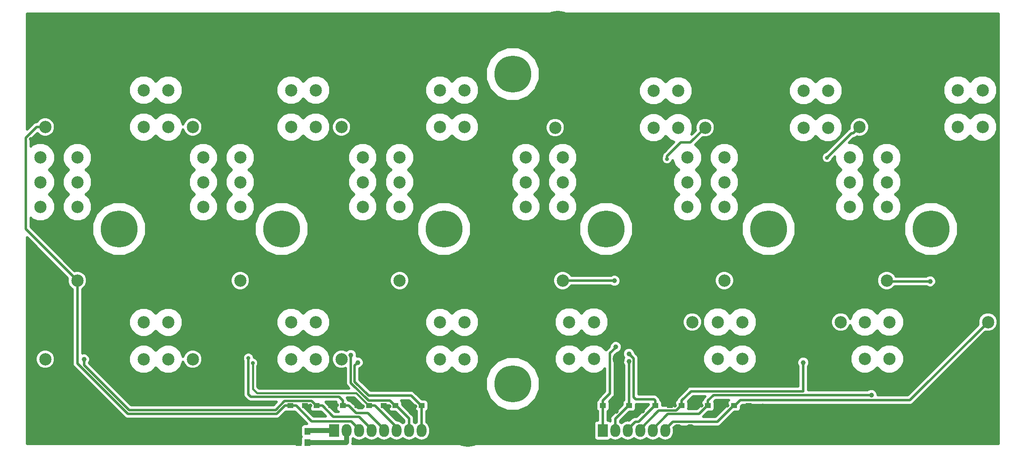
<source format=gbr>
%TF.GenerationSoftware,KiCad,Pcbnew,(6.0.0-rc1-dev-882-gdbc9130da)*%
%TF.CreationDate,2019-10-30T14:39:13+08:00*%
%TF.ProjectId,AntennaSwitch_6x2_RelayBoard,416E74656E6E615377697463685F3678,rev?*%
%TF.SameCoordinates,Original*%
%TF.FileFunction,Copper,L2,Bot,Signal*%
%TF.FilePolarity,Positive*%
%FSLAX46Y46*%
G04 Gerber Fmt 4.6, Leading zero omitted, Abs format (unit mm)*
G04 Created by KiCad (PCBNEW (6.0.0-rc1-dev-882-gdbc9130da)) date 2019/10/30 14:39:13*
%MOMM*%
%LPD*%
G01*
G04 APERTURE LIST*
%ADD10R,1.160000X1.470000*%
%ADD11R,1.250000X1.000000*%
%ADD12C,2.500000*%
%ADD13R,2.000000X2.600000*%
%ADD14O,2.000000X2.600000*%
%ADD15C,0.800000*%
%ADD16C,7.500000*%
%ADD17C,1.000000*%
%ADD18C,0.508000*%
%ADD19C,1.016000*%
%ADD20C,0.381000*%
%ADD21C,0.350000*%
G04 APERTURE END LIST*
D10*
X106488500Y-138430000D03*
X108268500Y-138430000D03*
X106488500Y-136144000D03*
X108268500Y-136144000D03*
D11*
X194994000Y-130937000D03*
X197944000Y-130937000D03*
X189660000Y-130937000D03*
X192610000Y-130937000D03*
X184326000Y-130937000D03*
X187276000Y-130937000D03*
X178992000Y-130937000D03*
X181942000Y-130937000D03*
X173658000Y-130937000D03*
X176608000Y-130937000D03*
X168324000Y-130937000D03*
X171274000Y-130937000D03*
X131494000Y-130937000D03*
X134444000Y-130937000D03*
X126160000Y-130937000D03*
X129110000Y-130937000D03*
X120826000Y-130937000D03*
X123776000Y-130937000D03*
X115492000Y-130937000D03*
X118442000Y-130937000D03*
X110158000Y-130937000D03*
X113108000Y-130937000D03*
X104824000Y-130937000D03*
X107774000Y-130937000D03*
D12*
X221580000Y-121446000D03*
X226580000Y-121446000D03*
X231580000Y-121446000D03*
X221580000Y-113946000D03*
X226580000Y-113946000D03*
X231580000Y-113946000D03*
X246580000Y-121446000D03*
X246580000Y-113946000D03*
X191660000Y-121446000D03*
X196660000Y-121446000D03*
X201660000Y-121446000D03*
X191660000Y-113946000D03*
X196660000Y-113946000D03*
X201660000Y-113946000D03*
X216660000Y-121446000D03*
X216660000Y-113946000D03*
X161480000Y-121446000D03*
X166480000Y-121446000D03*
X171480000Y-121446000D03*
X161480000Y-113946000D03*
X166480000Y-113946000D03*
X171480000Y-113946000D03*
X186480000Y-121446000D03*
X186480000Y-113946000D03*
X140189000Y-114000000D03*
X135189000Y-114000000D03*
X130189000Y-114000000D03*
X140189000Y-121500000D03*
X135189000Y-121500000D03*
X130189000Y-121500000D03*
X115189000Y-114000000D03*
X115189000Y-121500000D03*
X109963000Y-114000000D03*
X104963000Y-114000000D03*
X99963000Y-114000000D03*
X109963000Y-121500000D03*
X104963000Y-121500000D03*
X99963000Y-121500000D03*
X84963000Y-114000000D03*
X84963000Y-121500000D03*
X79991000Y-114000000D03*
X74991000Y-114000000D03*
X69991000Y-114000000D03*
X79991000Y-121500000D03*
X74991000Y-121500000D03*
X69991000Y-121500000D03*
X54991000Y-114000000D03*
X54991000Y-121500000D03*
X218500000Y-80500000D03*
X218500000Y-85500000D03*
X218500000Y-90500000D03*
X226000000Y-80500000D03*
X226000000Y-85500000D03*
X226000000Y-90500000D03*
X218500000Y-105500000D03*
X226000000Y-105500000D03*
X185500000Y-80500000D03*
X185500000Y-85500000D03*
X185500000Y-90500000D03*
X193000000Y-80500000D03*
X193000000Y-85500000D03*
X193000000Y-90500000D03*
X185500000Y-105500000D03*
X193000000Y-105500000D03*
X152647000Y-80500000D03*
X152647000Y-85500000D03*
X152647000Y-90500000D03*
X160147000Y-80500000D03*
X160147000Y-85500000D03*
X160147000Y-90500000D03*
X152647000Y-105500000D03*
X160147000Y-105500000D03*
X119500000Y-80500000D03*
X119500000Y-85500000D03*
X119500000Y-90500000D03*
X127000000Y-80500000D03*
X127000000Y-85500000D03*
X127000000Y-90500000D03*
X119500000Y-105500000D03*
X127000000Y-105500000D03*
X87115000Y-80500000D03*
X87115000Y-85500000D03*
X87115000Y-90500000D03*
X94615000Y-80500000D03*
X94615000Y-85500000D03*
X94615000Y-90500000D03*
X87115000Y-105500000D03*
X94615000Y-105500000D03*
X54000000Y-80500000D03*
X54000000Y-85500000D03*
X54000000Y-90500000D03*
X61500000Y-80500000D03*
X61500000Y-85500000D03*
X61500000Y-90500000D03*
X54000000Y-105500000D03*
X61500000Y-105500000D03*
X245472000Y-66787000D03*
X240472000Y-66787000D03*
X235472000Y-66787000D03*
X245472000Y-74287000D03*
X240472000Y-74287000D03*
X235472000Y-74287000D03*
X220472000Y-66787000D03*
X220472000Y-74287000D03*
X214103000Y-66914000D03*
X209103000Y-66914000D03*
X204103000Y-66914000D03*
X214103000Y-74414000D03*
X209103000Y-74414000D03*
X204103000Y-74414000D03*
X189103000Y-66914000D03*
X189103000Y-74414000D03*
X183623000Y-66914000D03*
X178623000Y-66914000D03*
X173623000Y-66914000D03*
X183623000Y-74414000D03*
X178623000Y-74414000D03*
X173623000Y-74414000D03*
X158623000Y-66914000D03*
X158623000Y-74414000D03*
X140189000Y-66787000D03*
X135189000Y-66787000D03*
X130189000Y-66787000D03*
X140189000Y-74287000D03*
X135189000Y-74287000D03*
X130189000Y-74287000D03*
X115189000Y-66787000D03*
X115189000Y-74287000D03*
X109963000Y-66787000D03*
X104963000Y-66787000D03*
X99963000Y-66787000D03*
X109963000Y-74287000D03*
X104963000Y-74287000D03*
X99963000Y-74287000D03*
X84963000Y-66787000D03*
X84963000Y-74287000D03*
X79991000Y-66787000D03*
X74991000Y-66787000D03*
X69991000Y-66787000D03*
X79991000Y-74287000D03*
X74991000Y-74287000D03*
X69991000Y-74287000D03*
X54991000Y-66787000D03*
X54991000Y-74287000D03*
D13*
X168275000Y-136017000D03*
D14*
X170815000Y-136017000D03*
X173355000Y-136017000D03*
X175895000Y-136017000D03*
X178435000Y-136017000D03*
X180975000Y-136017000D03*
X183515000Y-136017000D03*
X186055000Y-136017000D03*
D13*
X113665000Y-136017000D03*
D14*
X116205000Y-136017000D03*
X118745000Y-136017000D03*
X121285000Y-136017000D03*
X123825000Y-136017000D03*
X126365000Y-136017000D03*
X128905000Y-136017000D03*
X131445000Y-136017000D03*
D15*
X138498430Y-136995000D03*
X138498430Y-134245000D03*
X140880000Y-132870000D03*
X143261570Y-134245000D03*
X143261570Y-136995000D03*
X140880000Y-138370000D03*
D16*
X140880000Y-135620000D03*
X150000000Y-126500000D03*
D15*
X245495000Y-106501570D03*
X242745000Y-106501570D03*
X241370000Y-104120000D03*
X242745000Y-101738430D03*
X245495000Y-101738430D03*
X246870000Y-104120000D03*
D16*
X244120000Y-104120000D03*
X235000000Y-95000000D03*
D15*
X212495000Y-106501570D03*
X209745000Y-106501570D03*
X208370000Y-104120000D03*
X209745000Y-101738430D03*
X212495000Y-101738430D03*
X213870000Y-104120000D03*
D16*
X211120000Y-104120000D03*
X202000000Y-95000000D03*
D15*
X179495000Y-106501570D03*
X176745000Y-106501570D03*
X175370000Y-104120000D03*
X176745000Y-101738430D03*
X179495000Y-101738430D03*
X180870000Y-104120000D03*
D16*
X178120000Y-104120000D03*
X169000000Y-95000000D03*
D15*
X146495000Y-106501570D03*
X143745000Y-106501570D03*
X142370000Y-104120000D03*
X143745000Y-101738430D03*
X146495000Y-101738430D03*
X147870000Y-104120000D03*
D16*
X145120000Y-104120000D03*
X136000000Y-95000000D03*
D15*
X113495000Y-106501570D03*
X110745000Y-106501570D03*
X109370000Y-104120000D03*
X110745000Y-101738430D03*
X113495000Y-101738430D03*
X114870000Y-104120000D03*
D16*
X112120000Y-104120000D03*
X103000000Y-95000000D03*
D15*
X80495000Y-106501570D03*
X77745000Y-106501570D03*
X76370000Y-104120000D03*
X77745000Y-101738430D03*
X80495000Y-101738430D03*
X81870000Y-104120000D03*
D16*
X79120000Y-104120000D03*
X70000000Y-95000000D03*
D15*
X161501570Y-53005000D03*
X161501570Y-55755000D03*
X159120000Y-57130000D03*
X156738430Y-55755000D03*
X156738430Y-53005000D03*
X159120000Y-51630000D03*
D16*
X159120000Y-54380000D03*
X150000000Y-63500000D03*
D15*
X244655000Y-137303000D03*
X247855000Y-137303000D03*
X52324000Y-137176000D03*
D17*
X104965500Y-136144000D03*
X105092500Y-138430000D03*
D15*
X171059868Y-132197868D03*
X176457368Y-132134368D03*
X182979767Y-130945969D03*
X188331868Y-130927868D03*
X193647767Y-130945969D03*
X197993000Y-132080000D03*
X134366000Y-132080000D03*
X130175000Y-131064000D03*
X124931798Y-131064000D03*
X119507000Y-131064000D03*
X114263798Y-130810000D03*
X108829868Y-130946132D03*
X53340000Y-52705000D03*
X56540000Y-52705000D03*
X59740000Y-52705000D03*
X62940000Y-52705000D03*
X66140000Y-52705000D03*
X69340000Y-52705000D03*
X72540000Y-52705000D03*
X75740000Y-52705000D03*
X78940000Y-52705000D03*
X82140000Y-52705000D03*
X85340000Y-52705000D03*
X88540000Y-52705000D03*
X91740000Y-52705000D03*
X94940000Y-52705000D03*
X98140000Y-52705000D03*
X101340000Y-52705000D03*
X104540000Y-52705000D03*
X107740000Y-52705000D03*
X110940000Y-52705000D03*
X114140000Y-52705000D03*
X117340000Y-52705000D03*
X120540000Y-52705000D03*
X123740000Y-52705000D03*
X126940000Y-52705000D03*
X130140000Y-52705000D03*
X133340000Y-52705000D03*
X136540000Y-52705000D03*
X139740000Y-52705000D03*
X142940000Y-52705000D03*
X146140000Y-52705000D03*
X149340000Y-52705000D03*
X152540000Y-52705000D03*
X165340000Y-52705000D03*
X168540000Y-52705000D03*
X171740000Y-52705000D03*
X174940000Y-52705000D03*
X178140000Y-52705000D03*
X181340000Y-52705000D03*
X184540000Y-52705000D03*
X187740000Y-52705000D03*
X190940000Y-52705000D03*
X194140000Y-52705000D03*
X197340000Y-52705000D03*
X200540000Y-52705000D03*
X203740000Y-52705000D03*
X206940000Y-52705000D03*
X210140000Y-52705000D03*
X213340000Y-52705000D03*
X216540000Y-52705000D03*
X219740000Y-52705000D03*
X222940000Y-52705000D03*
X226140000Y-52705000D03*
X229340000Y-52705000D03*
X232540000Y-52705000D03*
X235740000Y-52705000D03*
X238940000Y-52705000D03*
X242140000Y-52705000D03*
X55524000Y-137176000D03*
X58724000Y-137176000D03*
X61924000Y-137176000D03*
X65124000Y-137176000D03*
X68324000Y-137176000D03*
X71524000Y-137176000D03*
X74724000Y-137176000D03*
X77924000Y-137176000D03*
X81124000Y-137176000D03*
X84324000Y-137176000D03*
X87524000Y-137176000D03*
X90724000Y-137176000D03*
X93924000Y-137176000D03*
X97124000Y-137176000D03*
X100324000Y-137176000D03*
X135524000Y-137176000D03*
X164324000Y-137176000D03*
X189924000Y-137176000D03*
X193124000Y-137176000D03*
X196324000Y-137176000D03*
X199524000Y-137176000D03*
X202724000Y-137176000D03*
X205924000Y-137176000D03*
X209124000Y-137176000D03*
X212324000Y-137176000D03*
X215524000Y-137176000D03*
X218724000Y-137176000D03*
X221924000Y-137176000D03*
X225124000Y-137176000D03*
X228324000Y-137176000D03*
X231524000Y-137176000D03*
X234724000Y-137176000D03*
X237924000Y-137176000D03*
X241124000Y-137176000D03*
X120523000Y-121920000D03*
X124206000Y-121920000D03*
X127889000Y-121920000D03*
X93599000Y-120904000D03*
X89662000Y-120904000D03*
X84582000Y-117729000D03*
X80264000Y-109347000D03*
X70485000Y-117729000D03*
X67945000Y-111633000D03*
X64643000Y-108204000D03*
X73279000Y-103505000D03*
X71374000Y-101473000D03*
X76962000Y-127635000D03*
X79629000Y-129794000D03*
X84963000Y-130556000D03*
X94869000Y-130556000D03*
X145542000Y-121920000D03*
X154940000Y-121920000D03*
X154940000Y-131191000D03*
X145161000Y-131191000D03*
X158750000Y-130683000D03*
X165227000Y-130683000D03*
X176149000Y-121920000D03*
X180594000Y-121920000D03*
X183896000Y-121920000D03*
X204978000Y-121920000D03*
X212979000Y-121920000D03*
X200787000Y-130937000D03*
X207899000Y-131064000D03*
X215392000Y-131064000D03*
X224663000Y-127000000D03*
X217170000Y-117983000D03*
X219202000Y-110109000D03*
X223266000Y-109855000D03*
X221361000Y-109347000D03*
X220853000Y-131191000D03*
X73152000Y-84836000D03*
X75311000Y-82423000D03*
X78613000Y-79502000D03*
X68072000Y-76454000D03*
X57785000Y-76454000D03*
X65151000Y-76454000D03*
X74549000Y-90170000D03*
X65659000Y-91313000D03*
X63627000Y-94234000D03*
X52959000Y-94869000D03*
X78232000Y-108966000D03*
X61595000Y-76581000D03*
X52070000Y-76708000D03*
X70358000Y-70866000D03*
X71501000Y-63373000D03*
X74803000Y-62357000D03*
X77343000Y-61214000D03*
X80899000Y-57658000D03*
X90170000Y-57150000D03*
X101346000Y-57150000D03*
X112268000Y-57150000D03*
X122047000Y-57150000D03*
X127635000Y-57150000D03*
X168021000Y-57023000D03*
X176149000Y-57023000D03*
X188341000Y-57023000D03*
X202057000Y-57023000D03*
X213487000Y-57023000D03*
X229235000Y-57023000D03*
X241554000Y-56896000D03*
X246761000Y-58547000D03*
X248539000Y-60833000D03*
X245745000Y-78613000D03*
X235331000Y-71501000D03*
X235331000Y-69469000D03*
X242062000Y-81407000D03*
X239141000Y-84455000D03*
X236855000Y-84709000D03*
X223520000Y-76200000D03*
X228092000Y-76200000D03*
X232791000Y-76200000D03*
X238379000Y-87122000D03*
X235204000Y-104140000D03*
X224917000Y-101854000D03*
X221615000Y-97282000D03*
X220091000Y-95250000D03*
X217678000Y-95123000D03*
X224028000Y-107442000D03*
X129921000Y-71374000D03*
X129921000Y-69596000D03*
X144399000Y-69723000D03*
X144526000Y-72771000D03*
X118110000Y-66040000D03*
X126619000Y-66040000D03*
X88900000Y-66548000D03*
X96520000Y-66548000D03*
X163576000Y-66802000D03*
X170053000Y-66802000D03*
X192278000Y-66548000D03*
X196723000Y-66548000D03*
X201041000Y-66548000D03*
X224155000Y-66294000D03*
X231902000Y-66421000D03*
X105537000Y-103124000D03*
X104394000Y-84328000D03*
X106807000Y-86614000D03*
X107823000Y-90170000D03*
X107315000Y-80772000D03*
X98044000Y-76454000D03*
X90678000Y-76327000D03*
X96774000Y-106680000D03*
X99314000Y-109220000D03*
X100711000Y-111506000D03*
X100584000Y-116586000D03*
X100584000Y-118872000D03*
X84582000Y-119253000D03*
X83312000Y-110490000D03*
X72644000Y-125349000D03*
X75438000Y-125984000D03*
X118999000Y-94869000D03*
X122047000Y-94996000D03*
X122301000Y-97409000D03*
X124460000Y-100711000D03*
X130683000Y-108331000D03*
X130683000Y-110744000D03*
X130810000Y-116459000D03*
X130810000Y-118999000D03*
X144526000Y-120015000D03*
X144526000Y-115316000D03*
X144145000Y-110871000D03*
X139573000Y-109474000D03*
X139573000Y-105537000D03*
X139319000Y-102743000D03*
X140589000Y-90551000D03*
X139827000Y-86487000D03*
X136652000Y-83439000D03*
X137668000Y-80772000D03*
X139192000Y-78613000D03*
X143764000Y-77470000D03*
X123825000Y-75819000D03*
X118237000Y-75692000D03*
X127381000Y-75819000D03*
X162052000Y-109601000D03*
X155575000Y-94615000D03*
X155575000Y-98425000D03*
X170561000Y-103505000D03*
X170688000Y-109220000D03*
X170815000Y-116713000D03*
X157353000Y-121920000D03*
X157480000Y-118618000D03*
X157353000Y-114300000D03*
X158496000Y-110744000D03*
X201168000Y-118999000D03*
X201168000Y-116586000D03*
X201041000Y-111125000D03*
X202057000Y-107823000D03*
X202184000Y-103632000D03*
X185293000Y-94742000D03*
X188341000Y-94742000D03*
X188341000Y-97663000D03*
X190754000Y-100838000D03*
X192151000Y-109474000D03*
X187325000Y-118872000D03*
X187325000Y-116332000D03*
X231394000Y-118618000D03*
X231394000Y-116586000D03*
X233426000Y-111506000D03*
X223012000Y-100076000D03*
X162687000Y-76200000D03*
X165481000Y-76200000D03*
X170307000Y-76073000D03*
X196342000Y-76200000D03*
X200914000Y-76073000D03*
X204724000Y-71628000D03*
X204724000Y-69469000D03*
X219202000Y-69088000D03*
X219202000Y-71501000D03*
X212217000Y-79629000D03*
X209677000Y-82042000D03*
X206502000Y-84836000D03*
X204089000Y-85090000D03*
X206248000Y-88011000D03*
X206502000Y-90551000D03*
X173482000Y-90678000D03*
X173228000Y-87884000D03*
X171069000Y-85090000D03*
X174244000Y-84963000D03*
X178562000Y-83185000D03*
X179959000Y-81407000D03*
X239776000Y-91313000D03*
X114427000Y-116332000D03*
X114427000Y-118491000D03*
X114046000Y-110871000D03*
X110871000Y-109601000D03*
X86487000Y-96012000D03*
X89027000Y-99314000D03*
X91948000Y-101854000D03*
X82550000Y-80645000D03*
X82677000Y-85979000D03*
X82677000Y-91567000D03*
D17*
X62865000Y-121539000D03*
D15*
X96265998Y-121285000D03*
X97155000Y-122301000D03*
D17*
X117094000Y-120650000D03*
X118491000Y-122174000D03*
X173609000Y-121920000D03*
X209042000Y-122174000D03*
X170942000Y-118999000D03*
X170688000Y-105537000D03*
D15*
X181356000Y-80772000D03*
D17*
X173609000Y-120396000D03*
D15*
X213868000Y-80518000D03*
D17*
X222885000Y-128778000D03*
X234823000Y-105664000D03*
D18*
X113538000Y-136144000D02*
X113665000Y-136017000D01*
X108268500Y-136144000D02*
X113538000Y-136144000D01*
D19*
X108395500Y-136017000D02*
X108268500Y-136144000D01*
X113665000Y-136017000D02*
X108395500Y-136017000D01*
D18*
X106488500Y-136144000D02*
X105400500Y-136144000D01*
X105400500Y-136144000D02*
X104965500Y-136144000D01*
X106488500Y-138430000D02*
X105092500Y-138430000D01*
X171274000Y-130937000D02*
X171274000Y-131983736D01*
X171274000Y-131983736D02*
X171059868Y-132197868D01*
X176608000Y-130937000D02*
X176608000Y-131983736D01*
X176608000Y-131983736D02*
X176457368Y-132134368D01*
X181942000Y-130937000D02*
X182970798Y-130937000D01*
X182970798Y-130937000D02*
X182979767Y-130945969D01*
X187276000Y-130937000D02*
X188322736Y-130937000D01*
X188322736Y-130937000D02*
X188331868Y-130927868D01*
X192610000Y-130937000D02*
X193638798Y-130937000D01*
X193638798Y-130937000D02*
X193647767Y-130945969D01*
X197944000Y-130937000D02*
X197944000Y-132031000D01*
X197944000Y-132031000D02*
X197993000Y-132080000D01*
X134444000Y-130937000D02*
X134444000Y-132002000D01*
X134444000Y-132002000D02*
X134366000Y-132080000D01*
X129110000Y-130937000D02*
X130048000Y-130937000D01*
X130048000Y-130937000D02*
X130175000Y-131064000D01*
X123776000Y-130937000D02*
X124804798Y-130937000D01*
X124804798Y-130937000D02*
X124931798Y-131064000D01*
X118442000Y-130937000D02*
X119380000Y-130937000D01*
X119380000Y-130937000D02*
X119507000Y-131064000D01*
X113108000Y-130937000D02*
X114136798Y-130937000D01*
X114136798Y-130937000D02*
X114263798Y-130810000D01*
X107774000Y-130937000D02*
X108820736Y-130937000D01*
X108820736Y-130937000D02*
X108829868Y-130946132D01*
X108268500Y-138430000D02*
X113250500Y-138430000D01*
D19*
X116205000Y-138333000D02*
X116205000Y-136017000D01*
X116108000Y-138430000D02*
X116205000Y-138333000D01*
X108268500Y-138430000D02*
X116108000Y-138430000D01*
D20*
X61500000Y-107267766D02*
X61500000Y-105500000D01*
D18*
X105957000Y-130937000D02*
X109132000Y-134112000D01*
X104824000Y-130937000D02*
X105957000Y-130937000D01*
X118745000Y-135717000D02*
X118745000Y-136017000D01*
X117140000Y-134112000D02*
X118745000Y-135717000D01*
X109132000Y-134112000D02*
X117140000Y-134112000D01*
X61500000Y-122333000D02*
X61500000Y-105500000D01*
X103691000Y-130937000D02*
X102040000Y-132588000D01*
X104824000Y-130937000D02*
X103691000Y-130937000D01*
X71755000Y-132588000D02*
X61500000Y-122333000D01*
X102040000Y-132588000D02*
X71755000Y-132588000D01*
X60250001Y-104250001D02*
X61500000Y-105500000D01*
X50995999Y-94995999D02*
X60250001Y-104250001D01*
X50995999Y-76514235D02*
X50995999Y-94995999D01*
X53223234Y-74287000D02*
X50995999Y-76514235D01*
X54991000Y-74287000D02*
X53223234Y-74287000D01*
X111291000Y-130937000D02*
X110158000Y-130937000D01*
X113526210Y-133172210D02*
X111291000Y-130937000D01*
X118740210Y-133172210D02*
X113526210Y-133172210D01*
X121285000Y-135717000D02*
X118740210Y-133172210D01*
X121285000Y-136017000D02*
X121285000Y-135717000D01*
X62865000Y-122692198D02*
X62865000Y-121539000D01*
X110158000Y-130937000D02*
X110033000Y-130937000D01*
X110033000Y-130937000D02*
X109075799Y-129979799D01*
X103642399Y-129979799D02*
X101796198Y-131826000D01*
X109075799Y-129979799D02*
X103642399Y-129979799D01*
X101796198Y-131826000D02*
X71998802Y-131826000D01*
X71998802Y-131826000D02*
X62865000Y-122692198D01*
X116625000Y-130937000D02*
X115492000Y-130937000D01*
X116625000Y-130937000D02*
X118149000Y-132461000D01*
X123825000Y-135717000D02*
X123825000Y-136017000D01*
X120569000Y-132461000D02*
X123825000Y-135717000D01*
X118149000Y-132461000D02*
X120569000Y-132461000D01*
X96265998Y-121850685D02*
X96265998Y-121285000D01*
X96774000Y-129159000D02*
X96265998Y-128650998D01*
X96265998Y-128650998D02*
X96265998Y-121850685D01*
X114722000Y-129159000D02*
X96774000Y-129159000D01*
X115492000Y-129929000D02*
X114722000Y-129159000D01*
X115492000Y-130937000D02*
X115492000Y-129929000D01*
X121959000Y-130937000D02*
X120826000Y-130937000D01*
X126365000Y-135343000D02*
X121959000Y-130937000D01*
X126365000Y-136017000D02*
X126365000Y-135343000D01*
D20*
X120701000Y-130937000D02*
X120826000Y-130937000D01*
X118161000Y-128397000D02*
X120701000Y-130937000D01*
X98044000Y-128397000D02*
X118161000Y-128397000D01*
X97155000Y-122301000D02*
X97155000Y-127508000D01*
X97155000Y-127508000D02*
X98044000Y-128397000D01*
D18*
X126285000Y-130937000D02*
X126160000Y-130937000D01*
X128905000Y-133557000D02*
X126285000Y-130937000D01*
X128905000Y-136017000D02*
X128905000Y-133557000D01*
X117094000Y-121357106D02*
X117094000Y-120650000D01*
X117094000Y-126324198D02*
X117094000Y-121357106D01*
X126035000Y-130937000D02*
X125027000Y-129929000D01*
X126160000Y-130937000D02*
X126035000Y-130937000D01*
X125027000Y-129929000D02*
X120698802Y-129929000D01*
X120698802Y-129929000D02*
X117094000Y-126324198D01*
X131445000Y-130986000D02*
X131494000Y-130937000D01*
X131445000Y-136017000D02*
X131445000Y-130986000D01*
X131369000Y-130937000D02*
X131494000Y-130937000D01*
X129337000Y-128905000D02*
X131369000Y-130937000D01*
X120680604Y-128905000D02*
X129337000Y-128905000D01*
X117856000Y-126080396D02*
X120680604Y-128905000D01*
X117856000Y-122809000D02*
X117856000Y-126080396D01*
X118491000Y-122174000D02*
X117856000Y-122809000D01*
X173533000Y-130937000D02*
X173658000Y-130937000D01*
X170815000Y-133655000D02*
X173533000Y-130937000D01*
X170815000Y-136017000D02*
X170815000Y-133655000D01*
X173658000Y-129929000D02*
X173609000Y-129880000D01*
X173658000Y-130937000D02*
X173658000Y-129929000D01*
X173609000Y-129880000D02*
X173609000Y-121920000D01*
X184201000Y-130937000D02*
X184326000Y-130937000D01*
X183193000Y-131945000D02*
X184201000Y-130937000D01*
X179667000Y-131945000D02*
X183193000Y-131945000D01*
X175895000Y-135717000D02*
X179667000Y-131945000D01*
X175895000Y-136017000D02*
X175895000Y-135717000D01*
X184326000Y-129929000D02*
X186239000Y-128016000D01*
X184326000Y-130937000D02*
X184326000Y-129929000D01*
X186239000Y-128016000D02*
X209042000Y-128016000D01*
X209042000Y-128016000D02*
X209042000Y-123571000D01*
X209042000Y-123571000D02*
X209042000Y-122174000D01*
X194869000Y-130937000D02*
X194994000Y-130937000D01*
X191597000Y-134209000D02*
X194869000Y-130937000D01*
X182483000Y-134209000D02*
X191597000Y-134209000D01*
X180975000Y-135717000D02*
X182483000Y-134209000D01*
X180975000Y-136017000D02*
X180975000Y-135717000D01*
X195119000Y-130937000D02*
X196262000Y-129794000D01*
X194994000Y-130937000D02*
X195119000Y-130937000D01*
X230732000Y-129794000D02*
X246580000Y-113946000D01*
X196262000Y-129794000D02*
X230732000Y-129794000D01*
X168275000Y-130986000D02*
X168324000Y-130937000D01*
X168275000Y-136017000D02*
X168275000Y-130986000D01*
X169772799Y-128480201D02*
X169772799Y-120295201D01*
X168324000Y-130937000D02*
X168324000Y-129929000D01*
X168324000Y-129929000D02*
X169772799Y-128480201D01*
X169772799Y-120295201D02*
X170942000Y-119126000D01*
X170942000Y-119126000D02*
X170942000Y-118999000D01*
X160184000Y-105537000D02*
X160147000Y-105500000D01*
X170688000Y-105537000D02*
X160184000Y-105537000D01*
X184136077Y-77418001D02*
X181356000Y-80198078D01*
X189103000Y-74414000D02*
X186098999Y-77418001D01*
X186098999Y-77418001D02*
X184136077Y-77418001D01*
X181356000Y-80198078D02*
X181356000Y-80772000D01*
X175595000Y-134209000D02*
X178867000Y-130937000D01*
X174863000Y-134209000D02*
X175595000Y-134209000D01*
X173355000Y-135717000D02*
X174863000Y-134209000D01*
X173355000Y-136017000D02*
X173355000Y-135717000D01*
X178992000Y-130937000D02*
X178867000Y-130937000D01*
X178992000Y-129929000D02*
X178730000Y-129667000D01*
X178992000Y-130937000D02*
X178992000Y-129929000D01*
X178730000Y-129667000D02*
X175006000Y-129667000D01*
X174566201Y-129227201D02*
X174566201Y-121353201D01*
X175006000Y-129667000D02*
X174566201Y-129227201D01*
X174566201Y-121353201D02*
X173609000Y-120396000D01*
X219222001Y-75536999D02*
X218849001Y-75536999D01*
X220472000Y-74287000D02*
X219222001Y-75536999D01*
X218849001Y-75536999D02*
X213868000Y-80518000D01*
X189535000Y-130937000D02*
X189660000Y-130937000D01*
X187815790Y-132656210D02*
X189535000Y-130937000D01*
X181495790Y-132656210D02*
X187815790Y-132656210D01*
X178435000Y-135717000D02*
X181495790Y-132656210D01*
X178435000Y-136017000D02*
X178435000Y-135717000D01*
X189660000Y-129929000D02*
X189660000Y-130937000D01*
X190811000Y-128778000D02*
X189660000Y-129929000D01*
X222885000Y-128778000D02*
X190811000Y-128778000D01*
X226164000Y-105664000D02*
X226000000Y-105500000D01*
X234823000Y-105664000D02*
X226164000Y-105664000D01*
G36*
X59539241Y-104976082D02*
X59488000Y-105099788D01*
X59488000Y-105900212D01*
X59794309Y-106639706D01*
X60360294Y-107205691D01*
X60484001Y-107256932D01*
X60484000Y-122232936D01*
X60464096Y-122333000D01*
X60484000Y-122433063D01*
X60484000Y-122433064D01*
X60542949Y-122729422D01*
X60767505Y-123065495D01*
X60852340Y-123122180D01*
X70965822Y-133235663D01*
X71022505Y-133320495D01*
X71358577Y-133545051D01*
X71654935Y-133604000D01*
X71654936Y-133604000D01*
X71754999Y-133623904D01*
X71855063Y-133604000D01*
X101939937Y-133604000D01*
X102040000Y-133623904D01*
X102140063Y-133604000D01*
X102140065Y-133604000D01*
X102436423Y-133545051D01*
X102772495Y-133320495D01*
X102829180Y-133235661D01*
X103908664Y-132156177D01*
X104199000Y-132213928D01*
X105449000Y-132213928D01*
X105739336Y-132156177D01*
X108215231Y-134632072D01*
X107688500Y-134632072D01*
X107391183Y-134691212D01*
X107139129Y-134859629D01*
X106970712Y-135111683D01*
X106911572Y-135409000D01*
X106911572Y-136879000D01*
X106970712Y-137176317D01*
X107044668Y-137287000D01*
X106970712Y-137397683D01*
X106911572Y-137695000D01*
X106911572Y-138738000D01*
X51262000Y-138738000D01*
X51262000Y-121099788D01*
X52979000Y-121099788D01*
X52979000Y-121900212D01*
X53285309Y-122639706D01*
X53851294Y-123205691D01*
X54590788Y-123512000D01*
X55391212Y-123512000D01*
X56130706Y-123205691D01*
X56696691Y-122639706D01*
X57003000Y-121900212D01*
X57003000Y-121099788D01*
X56696691Y-120360294D01*
X56130706Y-119794309D01*
X55391212Y-119488000D01*
X54590788Y-119488000D01*
X53851294Y-119794309D01*
X53285309Y-120360294D01*
X52979000Y-121099788D01*
X51262000Y-121099788D01*
X51262000Y-96698840D01*
X59539241Y-104976082D01*
X59539241Y-104976082D01*
G37*
X59539241Y-104976082D02*
X59488000Y-105099788D01*
X59488000Y-105900212D01*
X59794309Y-106639706D01*
X60360294Y-107205691D01*
X60484001Y-107256932D01*
X60484000Y-122232936D01*
X60464096Y-122333000D01*
X60484000Y-122433063D01*
X60484000Y-122433064D01*
X60542949Y-122729422D01*
X60767505Y-123065495D01*
X60852340Y-123122180D01*
X70965822Y-133235663D01*
X71022505Y-133320495D01*
X71358577Y-133545051D01*
X71654935Y-133604000D01*
X71654936Y-133604000D01*
X71754999Y-133623904D01*
X71855063Y-133604000D01*
X101939937Y-133604000D01*
X102040000Y-133623904D01*
X102140063Y-133604000D01*
X102140065Y-133604000D01*
X102436423Y-133545051D01*
X102772495Y-133320495D01*
X102829180Y-133235661D01*
X103908664Y-132156177D01*
X104199000Y-132213928D01*
X105449000Y-132213928D01*
X105739336Y-132156177D01*
X108215231Y-134632072D01*
X107688500Y-134632072D01*
X107391183Y-134691212D01*
X107139129Y-134859629D01*
X106970712Y-135111683D01*
X106911572Y-135409000D01*
X106911572Y-136879000D01*
X106970712Y-137176317D01*
X107044668Y-137287000D01*
X106970712Y-137397683D01*
X106911572Y-137695000D01*
X106911572Y-138738000D01*
X51262000Y-138738000D01*
X51262000Y-121099788D01*
X52979000Y-121099788D01*
X52979000Y-121900212D01*
X53285309Y-122639706D01*
X53851294Y-123205691D01*
X54590788Y-123512000D01*
X55391212Y-123512000D01*
X56130706Y-123205691D01*
X56696691Y-122639706D01*
X57003000Y-121900212D01*
X57003000Y-121099788D01*
X56696691Y-120360294D01*
X56130706Y-119794309D01*
X55391212Y-119488000D01*
X54590788Y-119488000D01*
X53851294Y-119794309D01*
X53285309Y-120360294D01*
X52979000Y-121099788D01*
X51262000Y-121099788D01*
X51262000Y-96698840D01*
X59539241Y-104976082D01*
G36*
X248738001Y-138738000D02*
X117419320Y-138738000D01*
X117475000Y-138458080D01*
X117475000Y-138458076D01*
X117499879Y-138333000D01*
X117475000Y-138207924D01*
X117475000Y-137587552D01*
X118057503Y-137976767D01*
X118745000Y-138113519D01*
X119432498Y-137976767D01*
X120015000Y-137587552D01*
X120597503Y-137976767D01*
X121285000Y-138113519D01*
X121972498Y-137976767D01*
X122555000Y-137587552D01*
X123137503Y-137976767D01*
X123825000Y-138113519D01*
X124512498Y-137976767D01*
X125095000Y-137587552D01*
X125677503Y-137976767D01*
X126365000Y-138113519D01*
X127052498Y-137976767D01*
X127635000Y-137587552D01*
X128217503Y-137976767D01*
X128905000Y-138113519D01*
X129592498Y-137976767D01*
X130175000Y-137587552D01*
X130757503Y-137976767D01*
X131445000Y-138113519D01*
X132132498Y-137976767D01*
X132715331Y-137587331D01*
X133104767Y-137004498D01*
X133207000Y-136490538D01*
X133207000Y-135543461D01*
X133104767Y-135029502D01*
X132715331Y-134446669D01*
X132461000Y-134276731D01*
X132461000Y-132124932D01*
X132668371Y-131986371D01*
X132836788Y-131734317D01*
X132895928Y-131437000D01*
X132895928Y-130437000D01*
X132836788Y-130139683D01*
X132668371Y-129887629D01*
X132416317Y-129719212D01*
X132119000Y-129660072D01*
X131528913Y-129660072D01*
X130126180Y-128257340D01*
X130069495Y-128172505D01*
X129733423Y-127947949D01*
X129437065Y-127889000D01*
X129437063Y-127889000D01*
X129337000Y-127869096D01*
X129236937Y-127889000D01*
X121101445Y-127889000D01*
X118872000Y-125659556D01*
X118872000Y-125405186D01*
X144496000Y-125405186D01*
X144496000Y-127594814D01*
X145333934Y-129617766D01*
X146882234Y-131166066D01*
X148905186Y-132004000D01*
X151094814Y-132004000D01*
X153117766Y-131166066D01*
X154666066Y-129617766D01*
X155504000Y-127594814D01*
X155504000Y-125405186D01*
X154666066Y-123382234D01*
X153117766Y-121833934D01*
X151094814Y-120996000D01*
X148905186Y-120996000D01*
X146882234Y-121833934D01*
X145333934Y-123382234D01*
X144496000Y-125405186D01*
X118872000Y-125405186D01*
X118872000Y-123382164D01*
X119205866Y-123243872D01*
X119560872Y-122888866D01*
X119753000Y-122425027D01*
X119753000Y-121922973D01*
X119560872Y-121459134D01*
X119205866Y-121104128D01*
X118742027Y-120912000D01*
X118351455Y-120912000D01*
X118355403Y-120902467D01*
X132185000Y-120902467D01*
X132185000Y-122097533D01*
X132642332Y-123201629D01*
X133487371Y-124046668D01*
X134591467Y-124504000D01*
X135786533Y-124504000D01*
X136890629Y-124046668D01*
X137689000Y-123248297D01*
X138487371Y-124046668D01*
X139591467Y-124504000D01*
X140786533Y-124504000D01*
X141890629Y-124046668D01*
X142735668Y-123201629D01*
X143193000Y-122097533D01*
X143193000Y-120902467D01*
X143170633Y-120848467D01*
X158476000Y-120848467D01*
X158476000Y-122043533D01*
X158933332Y-123147629D01*
X159778371Y-123992668D01*
X160882467Y-124450000D01*
X162077533Y-124450000D01*
X163181629Y-123992668D01*
X163980000Y-123194297D01*
X164778371Y-123992668D01*
X165882467Y-124450000D01*
X167077533Y-124450000D01*
X168181629Y-123992668D01*
X168756800Y-123417497D01*
X168756799Y-128059361D01*
X167676338Y-129139822D01*
X167591506Y-129196505D01*
X167534824Y-129281336D01*
X167534823Y-129281337D01*
X167366950Y-129532577D01*
X167318811Y-129774585D01*
X167149629Y-129887629D01*
X166981212Y-130139683D01*
X166922072Y-130437000D01*
X166922072Y-131437000D01*
X166981212Y-131734317D01*
X167149629Y-131986371D01*
X167259001Y-132059451D01*
X167259000Y-133943255D01*
X166977683Y-133999212D01*
X166725629Y-134167629D01*
X166557212Y-134419683D01*
X166498072Y-134717000D01*
X166498072Y-137317000D01*
X166557212Y-137614317D01*
X166725629Y-137866371D01*
X166977683Y-138034788D01*
X167275000Y-138093928D01*
X169275000Y-138093928D01*
X169572317Y-138034788D01*
X169824371Y-137866371D01*
X169866939Y-137802664D01*
X170127503Y-137976767D01*
X170815000Y-138113519D01*
X171502498Y-137976767D01*
X172085000Y-137587552D01*
X172667503Y-137976767D01*
X173355000Y-138113519D01*
X174042498Y-137976767D01*
X174625000Y-137587552D01*
X175207503Y-137976767D01*
X175895000Y-138113519D01*
X176582498Y-137976767D01*
X177165000Y-137587552D01*
X177747503Y-137976767D01*
X178435000Y-138113519D01*
X179122498Y-137976767D01*
X179705000Y-137587552D01*
X180287503Y-137976767D01*
X180975000Y-138113519D01*
X181662498Y-137976767D01*
X182245331Y-137587331D01*
X182634767Y-137004498D01*
X182737000Y-136490538D01*
X182737000Y-135543461D01*
X182711845Y-135416996D01*
X182903841Y-135225000D01*
X191496937Y-135225000D01*
X191597000Y-135244904D01*
X191697063Y-135225000D01*
X191697065Y-135225000D01*
X191993423Y-135166051D01*
X192329495Y-134941495D01*
X192386180Y-134856660D01*
X195028913Y-132213928D01*
X195619000Y-132213928D01*
X195916317Y-132154788D01*
X196168371Y-131986371D01*
X196336788Y-131734317D01*
X196395928Y-131437000D01*
X196395928Y-131096912D01*
X196682841Y-130810000D01*
X230631937Y-130810000D01*
X230732000Y-130829904D01*
X230832063Y-130810000D01*
X230832065Y-130810000D01*
X231128423Y-130751051D01*
X231464495Y-130526495D01*
X231521180Y-130441660D01*
X246056082Y-115906759D01*
X246179788Y-115958000D01*
X246980212Y-115958000D01*
X247719706Y-115651691D01*
X248285691Y-115085706D01*
X248592000Y-114346212D01*
X248592000Y-113545788D01*
X248285691Y-112806294D01*
X247719706Y-112240309D01*
X246980212Y-111934000D01*
X246179788Y-111934000D01*
X245440294Y-112240309D01*
X244874309Y-112806294D01*
X244568000Y-113545788D01*
X244568000Y-114346212D01*
X244619241Y-114469918D01*
X230311160Y-128778000D01*
X224147000Y-128778000D01*
X224147000Y-128526973D01*
X223954872Y-128063134D01*
X223599866Y-127708128D01*
X223136027Y-127516000D01*
X222633973Y-127516000D01*
X222170134Y-127708128D01*
X222116262Y-127762000D01*
X210058000Y-127762000D01*
X210058000Y-122942738D01*
X210111872Y-122888866D01*
X210304000Y-122425027D01*
X210304000Y-121922973D01*
X210111872Y-121459134D01*
X209756866Y-121104128D01*
X209293027Y-120912000D01*
X208790973Y-120912000D01*
X208327134Y-121104128D01*
X207972128Y-121459134D01*
X207780000Y-121922973D01*
X207780000Y-122425027D01*
X207972128Y-122888866D01*
X208026000Y-122942738D01*
X208026000Y-123671064D01*
X208026001Y-123671069D01*
X208026000Y-127000000D01*
X186339064Y-127000000D01*
X186239000Y-126980096D01*
X186138936Y-127000000D01*
X186138935Y-127000000D01*
X185842577Y-127058949D01*
X185506505Y-127283505D01*
X185449822Y-127368337D01*
X183678337Y-129139822D01*
X183593506Y-129196505D01*
X183536824Y-129281336D01*
X183536823Y-129281337D01*
X183368950Y-129532577D01*
X183320811Y-129774585D01*
X183151629Y-129887629D01*
X182983212Y-130139683D01*
X182924072Y-130437000D01*
X182924072Y-130777088D01*
X182772160Y-130929000D01*
X180393928Y-130929000D01*
X180393928Y-130437000D01*
X180334788Y-130139683D01*
X180166371Y-129887629D01*
X179997189Y-129774585D01*
X179949051Y-129532577D01*
X179724495Y-129196505D01*
X179639660Y-129139820D01*
X179519180Y-129019340D01*
X179462495Y-128934505D01*
X179126423Y-128709949D01*
X178830065Y-128651000D01*
X178830063Y-128651000D01*
X178730000Y-128631096D01*
X178629937Y-128651000D01*
X175582201Y-128651000D01*
X175582201Y-121453265D01*
X175602105Y-121353201D01*
X175568635Y-121184935D01*
X175523252Y-120956778D01*
X175450881Y-120848467D01*
X188656000Y-120848467D01*
X188656000Y-122043533D01*
X189113332Y-123147629D01*
X189958371Y-123992668D01*
X191062467Y-124450000D01*
X192257533Y-124450000D01*
X193361629Y-123992668D01*
X194160000Y-123194297D01*
X194958371Y-123992668D01*
X196062467Y-124450000D01*
X197257533Y-124450000D01*
X198361629Y-123992668D01*
X199206668Y-123147629D01*
X199664000Y-122043533D01*
X199664000Y-120848467D01*
X218576000Y-120848467D01*
X218576000Y-122043533D01*
X219033332Y-123147629D01*
X219878371Y-123992668D01*
X220982467Y-124450000D01*
X222177533Y-124450000D01*
X223281629Y-123992668D01*
X224080000Y-123194297D01*
X224878371Y-123992668D01*
X225982467Y-124450000D01*
X227177533Y-124450000D01*
X228281629Y-123992668D01*
X229126668Y-123147629D01*
X229584000Y-122043533D01*
X229584000Y-120848467D01*
X229126668Y-119744371D01*
X228281629Y-118899332D01*
X227177533Y-118442000D01*
X225982467Y-118442000D01*
X224878371Y-118899332D01*
X224080000Y-119697703D01*
X223281629Y-118899332D01*
X222177533Y-118442000D01*
X220982467Y-118442000D01*
X219878371Y-118899332D01*
X219033332Y-119744371D01*
X218576000Y-120848467D01*
X199664000Y-120848467D01*
X199206668Y-119744371D01*
X198361629Y-118899332D01*
X197257533Y-118442000D01*
X196062467Y-118442000D01*
X194958371Y-118899332D01*
X194160000Y-119697703D01*
X193361629Y-118899332D01*
X192257533Y-118442000D01*
X191062467Y-118442000D01*
X189958371Y-118899332D01*
X189113332Y-119744371D01*
X188656000Y-120848467D01*
X175450881Y-120848467D01*
X175298696Y-120620706D01*
X175213864Y-120564023D01*
X174871000Y-120221159D01*
X174871000Y-120144973D01*
X174678872Y-119681134D01*
X174323866Y-119326128D01*
X173860027Y-119134000D01*
X173357973Y-119134000D01*
X172894134Y-119326128D01*
X172539128Y-119681134D01*
X172347000Y-120144973D01*
X172347000Y-120647027D01*
X172539128Y-121110866D01*
X172586262Y-121158000D01*
X172539128Y-121205134D01*
X172347000Y-121668973D01*
X172347000Y-122171027D01*
X172539128Y-122634866D01*
X172593001Y-122688739D01*
X172593000Y-129779936D01*
X172585060Y-129819855D01*
X172483629Y-129887629D01*
X172315212Y-130139683D01*
X172256072Y-130437000D01*
X172256072Y-130777087D01*
X170167338Y-132865822D01*
X170082506Y-132922505D01*
X170025823Y-133007337D01*
X169857950Y-133258577D01*
X169779096Y-133655000D01*
X169799001Y-133755068D01*
X169799001Y-134150677D01*
X169572317Y-133999212D01*
X169291000Y-133943255D01*
X169291000Y-132124932D01*
X169498371Y-131986371D01*
X169666788Y-131734317D01*
X169725928Y-131437000D01*
X169725928Y-130437000D01*
X169666788Y-130139683D01*
X169620072Y-130069768D01*
X170420460Y-129269380D01*
X170505294Y-129212696D01*
X170729850Y-128876624D01*
X170788799Y-128580266D01*
X170788799Y-128580265D01*
X170808703Y-128480202D01*
X170788799Y-128380138D01*
X170788799Y-120716041D01*
X171279771Y-120225069D01*
X171656866Y-120068872D01*
X172011872Y-119713866D01*
X172204000Y-119250027D01*
X172204000Y-118747973D01*
X172011872Y-118284134D01*
X171656866Y-117929128D01*
X171193027Y-117737000D01*
X170690973Y-117737000D01*
X170227134Y-117929128D01*
X169872128Y-118284134D01*
X169680000Y-118747973D01*
X169680000Y-118951159D01*
X169125136Y-119506024D01*
X169040305Y-119562706D01*
X168983622Y-119647538D01*
X168962078Y-119679781D01*
X168181629Y-118899332D01*
X167077533Y-118442000D01*
X165882467Y-118442000D01*
X164778371Y-118899332D01*
X163980000Y-119697703D01*
X163181629Y-118899332D01*
X162077533Y-118442000D01*
X160882467Y-118442000D01*
X159778371Y-118899332D01*
X158933332Y-119744371D01*
X158476000Y-120848467D01*
X143170633Y-120848467D01*
X142735668Y-119798371D01*
X141890629Y-118953332D01*
X140786533Y-118496000D01*
X139591467Y-118496000D01*
X138487371Y-118953332D01*
X137689000Y-119751703D01*
X136890629Y-118953332D01*
X135786533Y-118496000D01*
X134591467Y-118496000D01*
X133487371Y-118953332D01*
X132642332Y-119798371D01*
X132185000Y-120902467D01*
X118355403Y-120902467D01*
X118356000Y-120901027D01*
X118356000Y-120398973D01*
X118163872Y-119935134D01*
X117808866Y-119580128D01*
X117345027Y-119388000D01*
X116842973Y-119388000D01*
X116379134Y-119580128D01*
X116212915Y-119746347D01*
X115589212Y-119488000D01*
X114788788Y-119488000D01*
X114049294Y-119794309D01*
X113483309Y-120360294D01*
X113177000Y-121099788D01*
X113177000Y-121900212D01*
X113483309Y-122639706D01*
X114049294Y-123205691D01*
X114788788Y-123512000D01*
X115589212Y-123512000D01*
X116078001Y-123309537D01*
X116078000Y-126224134D01*
X116058096Y-126324198D01*
X116078000Y-126424261D01*
X116078000Y-126424262D01*
X116136949Y-126720620D01*
X116361505Y-127056693D01*
X116446340Y-127113378D01*
X116777462Y-127444500D01*
X98438538Y-127444500D01*
X98107500Y-127113463D01*
X98107500Y-122991816D01*
X98140096Y-122959220D01*
X98317000Y-122532136D01*
X98317000Y-122069864D01*
X98140096Y-121642780D01*
X97813220Y-121315904D01*
X97427998Y-121156340D01*
X97427998Y-121053864D01*
X97365288Y-120902467D01*
X101959000Y-120902467D01*
X101959000Y-122097533D01*
X102416332Y-123201629D01*
X103261371Y-124046668D01*
X104365467Y-124504000D01*
X105560533Y-124504000D01*
X106664629Y-124046668D01*
X107463000Y-123248297D01*
X108261371Y-124046668D01*
X109365467Y-124504000D01*
X110560533Y-124504000D01*
X111664629Y-124046668D01*
X112509668Y-123201629D01*
X112967000Y-122097533D01*
X112967000Y-120902467D01*
X112509668Y-119798371D01*
X111664629Y-118953332D01*
X110560533Y-118496000D01*
X109365467Y-118496000D01*
X108261371Y-118953332D01*
X107463000Y-119751703D01*
X106664629Y-118953332D01*
X105560533Y-118496000D01*
X104365467Y-118496000D01*
X103261371Y-118953332D01*
X102416332Y-119798371D01*
X101959000Y-120902467D01*
X97365288Y-120902467D01*
X97251094Y-120626780D01*
X96924218Y-120299904D01*
X96497134Y-120123000D01*
X96034862Y-120123000D01*
X95607778Y-120299904D01*
X95280902Y-120626780D01*
X95103998Y-121053864D01*
X95103998Y-121516136D01*
X95249998Y-121868611D01*
X95249998Y-121950749D01*
X95249999Y-121950754D01*
X95249998Y-128550934D01*
X95230094Y-128650998D01*
X95249998Y-128751061D01*
X95249998Y-128751062D01*
X95308947Y-129047420D01*
X95533503Y-129383493D01*
X95618338Y-129440178D01*
X95984820Y-129806660D01*
X96041505Y-129891495D01*
X96247220Y-130028949D01*
X96377575Y-130116050D01*
X96377576Y-130116050D01*
X96377577Y-130116051D01*
X96673935Y-130175000D01*
X96773999Y-130194904D01*
X96874063Y-130175000D01*
X102010357Y-130175000D01*
X101375358Y-130810000D01*
X72419643Y-130810000D01*
X63899190Y-122289548D01*
X63934872Y-122253866D01*
X64127000Y-121790027D01*
X64127000Y-121287973D01*
X63967319Y-120902467D01*
X71987000Y-120902467D01*
X71987000Y-122097533D01*
X72444332Y-123201629D01*
X73289371Y-124046668D01*
X74393467Y-124504000D01*
X75588533Y-124504000D01*
X76692629Y-124046668D01*
X77491000Y-123248297D01*
X78289371Y-124046668D01*
X79393467Y-124504000D01*
X80588533Y-124504000D01*
X81692629Y-124046668D01*
X82537668Y-123201629D01*
X82995000Y-122097533D01*
X82995000Y-122006437D01*
X83257309Y-122639706D01*
X83823294Y-123205691D01*
X84562788Y-123512000D01*
X85363212Y-123512000D01*
X86102706Y-123205691D01*
X86668691Y-122639706D01*
X86975000Y-121900212D01*
X86975000Y-121099788D01*
X86668691Y-120360294D01*
X86102706Y-119794309D01*
X85363212Y-119488000D01*
X84562788Y-119488000D01*
X83823294Y-119794309D01*
X83257309Y-120360294D01*
X82995000Y-120993563D01*
X82995000Y-120902467D01*
X82537668Y-119798371D01*
X81692629Y-118953332D01*
X80588533Y-118496000D01*
X79393467Y-118496000D01*
X78289371Y-118953332D01*
X77491000Y-119751703D01*
X76692629Y-118953332D01*
X75588533Y-118496000D01*
X74393467Y-118496000D01*
X73289371Y-118953332D01*
X72444332Y-119798371D01*
X71987000Y-120902467D01*
X63967319Y-120902467D01*
X63934872Y-120824134D01*
X63579866Y-120469128D01*
X63116027Y-120277000D01*
X62613973Y-120277000D01*
X62516000Y-120317582D01*
X62516000Y-113402467D01*
X71987000Y-113402467D01*
X71987000Y-114597533D01*
X72444332Y-115701629D01*
X73289371Y-116546668D01*
X74393467Y-117004000D01*
X75588533Y-117004000D01*
X76692629Y-116546668D01*
X77491000Y-115748297D01*
X78289371Y-116546668D01*
X79393467Y-117004000D01*
X80588533Y-117004000D01*
X81692629Y-116546668D01*
X82537668Y-115701629D01*
X82995000Y-114597533D01*
X82995000Y-113402467D01*
X101959000Y-113402467D01*
X101959000Y-114597533D01*
X102416332Y-115701629D01*
X103261371Y-116546668D01*
X104365467Y-117004000D01*
X105560533Y-117004000D01*
X106664629Y-116546668D01*
X107463000Y-115748297D01*
X108261371Y-116546668D01*
X109365467Y-117004000D01*
X110560533Y-117004000D01*
X111664629Y-116546668D01*
X112509668Y-115701629D01*
X112967000Y-114597533D01*
X112967000Y-113402467D01*
X132185000Y-113402467D01*
X132185000Y-114597533D01*
X132642332Y-115701629D01*
X133487371Y-116546668D01*
X134591467Y-117004000D01*
X135786533Y-117004000D01*
X136890629Y-116546668D01*
X137689000Y-115748297D01*
X138487371Y-116546668D01*
X139591467Y-117004000D01*
X140786533Y-117004000D01*
X141890629Y-116546668D01*
X142735668Y-115701629D01*
X143193000Y-114597533D01*
X143193000Y-113402467D01*
X143170633Y-113348467D01*
X158476000Y-113348467D01*
X158476000Y-114543533D01*
X158933332Y-115647629D01*
X159778371Y-116492668D01*
X160882467Y-116950000D01*
X162077533Y-116950000D01*
X163181629Y-116492668D01*
X163980000Y-115694297D01*
X164778371Y-116492668D01*
X165882467Y-116950000D01*
X167077533Y-116950000D01*
X168181629Y-116492668D01*
X169026668Y-115647629D01*
X169484000Y-114543533D01*
X169484000Y-113545788D01*
X184468000Y-113545788D01*
X184468000Y-114346212D01*
X184774309Y-115085706D01*
X185340294Y-115651691D01*
X186079788Y-115958000D01*
X186880212Y-115958000D01*
X187619706Y-115651691D01*
X188185691Y-115085706D01*
X188492000Y-114346212D01*
X188492000Y-113545788D01*
X188410267Y-113348467D01*
X188656000Y-113348467D01*
X188656000Y-114543533D01*
X189113332Y-115647629D01*
X189958371Y-116492668D01*
X191062467Y-116950000D01*
X192257533Y-116950000D01*
X193361629Y-116492668D01*
X194160000Y-115694297D01*
X194958371Y-116492668D01*
X196062467Y-116950000D01*
X197257533Y-116950000D01*
X198361629Y-116492668D01*
X199206668Y-115647629D01*
X199664000Y-114543533D01*
X199664000Y-113545788D01*
X214648000Y-113545788D01*
X214648000Y-114346212D01*
X214954309Y-115085706D01*
X215520294Y-115651691D01*
X216259788Y-115958000D01*
X217060212Y-115958000D01*
X217799706Y-115651691D01*
X218365691Y-115085706D01*
X218583133Y-114560755D01*
X219033332Y-115647629D01*
X219878371Y-116492668D01*
X220982467Y-116950000D01*
X222177533Y-116950000D01*
X223281629Y-116492668D01*
X224080000Y-115694297D01*
X224878371Y-116492668D01*
X225982467Y-116950000D01*
X227177533Y-116950000D01*
X228281629Y-116492668D01*
X229126668Y-115647629D01*
X229584000Y-114543533D01*
X229584000Y-113348467D01*
X229126668Y-112244371D01*
X228281629Y-111399332D01*
X227177533Y-110942000D01*
X225982467Y-110942000D01*
X224878371Y-111399332D01*
X224080000Y-112197703D01*
X223281629Y-111399332D01*
X222177533Y-110942000D01*
X220982467Y-110942000D01*
X219878371Y-111399332D01*
X219033332Y-112244371D01*
X218583133Y-113331245D01*
X218365691Y-112806294D01*
X217799706Y-112240309D01*
X217060212Y-111934000D01*
X216259788Y-111934000D01*
X215520294Y-112240309D01*
X214954309Y-112806294D01*
X214648000Y-113545788D01*
X199664000Y-113545788D01*
X199664000Y-113348467D01*
X199206668Y-112244371D01*
X198361629Y-111399332D01*
X197257533Y-110942000D01*
X196062467Y-110942000D01*
X194958371Y-111399332D01*
X194160000Y-112197703D01*
X193361629Y-111399332D01*
X192257533Y-110942000D01*
X191062467Y-110942000D01*
X189958371Y-111399332D01*
X189113332Y-112244371D01*
X188656000Y-113348467D01*
X188410267Y-113348467D01*
X188185691Y-112806294D01*
X187619706Y-112240309D01*
X186880212Y-111934000D01*
X186079788Y-111934000D01*
X185340294Y-112240309D01*
X184774309Y-112806294D01*
X184468000Y-113545788D01*
X169484000Y-113545788D01*
X169484000Y-113348467D01*
X169026668Y-112244371D01*
X168181629Y-111399332D01*
X167077533Y-110942000D01*
X165882467Y-110942000D01*
X164778371Y-111399332D01*
X163980000Y-112197703D01*
X163181629Y-111399332D01*
X162077533Y-110942000D01*
X160882467Y-110942000D01*
X159778371Y-111399332D01*
X158933332Y-112244371D01*
X158476000Y-113348467D01*
X143170633Y-113348467D01*
X142735668Y-112298371D01*
X141890629Y-111453332D01*
X140786533Y-110996000D01*
X139591467Y-110996000D01*
X138487371Y-111453332D01*
X137689000Y-112251703D01*
X136890629Y-111453332D01*
X135786533Y-110996000D01*
X134591467Y-110996000D01*
X133487371Y-111453332D01*
X132642332Y-112298371D01*
X132185000Y-113402467D01*
X112967000Y-113402467D01*
X112509668Y-112298371D01*
X111664629Y-111453332D01*
X110560533Y-110996000D01*
X109365467Y-110996000D01*
X108261371Y-111453332D01*
X107463000Y-112251703D01*
X106664629Y-111453332D01*
X105560533Y-110996000D01*
X104365467Y-110996000D01*
X103261371Y-111453332D01*
X102416332Y-112298371D01*
X101959000Y-113402467D01*
X82995000Y-113402467D01*
X82537668Y-112298371D01*
X81692629Y-111453332D01*
X80588533Y-110996000D01*
X79393467Y-110996000D01*
X78289371Y-111453332D01*
X77491000Y-112251703D01*
X76692629Y-111453332D01*
X75588533Y-110996000D01*
X74393467Y-110996000D01*
X73289371Y-111453332D01*
X72444332Y-112298371D01*
X71987000Y-113402467D01*
X62516000Y-113402467D01*
X62516000Y-107256932D01*
X62639706Y-107205691D01*
X63205691Y-106639706D01*
X63512000Y-105900212D01*
X63512000Y-105099788D01*
X92603000Y-105099788D01*
X92603000Y-105900212D01*
X92909309Y-106639706D01*
X93475294Y-107205691D01*
X94214788Y-107512000D01*
X95015212Y-107512000D01*
X95754706Y-107205691D01*
X96320691Y-106639706D01*
X96627000Y-105900212D01*
X96627000Y-105099788D01*
X124988000Y-105099788D01*
X124988000Y-105900212D01*
X125294309Y-106639706D01*
X125860294Y-107205691D01*
X126599788Y-107512000D01*
X127400212Y-107512000D01*
X128139706Y-107205691D01*
X128705691Y-106639706D01*
X129012000Y-105900212D01*
X129012000Y-105099788D01*
X158135000Y-105099788D01*
X158135000Y-105900212D01*
X158441309Y-106639706D01*
X159007294Y-107205691D01*
X159746788Y-107512000D01*
X160547212Y-107512000D01*
X161286706Y-107205691D01*
X161852691Y-106639706D01*
X161888606Y-106553000D01*
X169919262Y-106553000D01*
X169973134Y-106606872D01*
X170436973Y-106799000D01*
X170939027Y-106799000D01*
X171402866Y-106606872D01*
X171757872Y-106251866D01*
X171950000Y-105788027D01*
X171950000Y-105285973D01*
X171872880Y-105099788D01*
X190988000Y-105099788D01*
X190988000Y-105900212D01*
X191294309Y-106639706D01*
X191860294Y-107205691D01*
X192599788Y-107512000D01*
X193400212Y-107512000D01*
X194139706Y-107205691D01*
X194705691Y-106639706D01*
X195012000Y-105900212D01*
X195012000Y-105099788D01*
X223988000Y-105099788D01*
X223988000Y-105900212D01*
X224294309Y-106639706D01*
X224860294Y-107205691D01*
X225599788Y-107512000D01*
X226400212Y-107512000D01*
X227139706Y-107205691D01*
X227665397Y-106680000D01*
X234054262Y-106680000D01*
X234108134Y-106733872D01*
X234571973Y-106926000D01*
X235074027Y-106926000D01*
X235537866Y-106733872D01*
X235892872Y-106378866D01*
X236085000Y-105915027D01*
X236085000Y-105412973D01*
X235892872Y-104949134D01*
X235537866Y-104594128D01*
X235074027Y-104402000D01*
X234571973Y-104402000D01*
X234108134Y-104594128D01*
X234054262Y-104648000D01*
X227824863Y-104648000D01*
X227705691Y-104360294D01*
X227139706Y-103794309D01*
X226400212Y-103488000D01*
X225599788Y-103488000D01*
X224860294Y-103794309D01*
X224294309Y-104360294D01*
X223988000Y-105099788D01*
X195012000Y-105099788D01*
X194705691Y-104360294D01*
X194139706Y-103794309D01*
X193400212Y-103488000D01*
X192599788Y-103488000D01*
X191860294Y-103794309D01*
X191294309Y-104360294D01*
X190988000Y-105099788D01*
X171872880Y-105099788D01*
X171757872Y-104822134D01*
X171402866Y-104467128D01*
X170939027Y-104275000D01*
X170436973Y-104275000D01*
X169973134Y-104467128D01*
X169919262Y-104521000D01*
X161919258Y-104521000D01*
X161852691Y-104360294D01*
X161286706Y-103794309D01*
X160547212Y-103488000D01*
X159746788Y-103488000D01*
X159007294Y-103794309D01*
X158441309Y-104360294D01*
X158135000Y-105099788D01*
X129012000Y-105099788D01*
X128705691Y-104360294D01*
X128139706Y-103794309D01*
X127400212Y-103488000D01*
X126599788Y-103488000D01*
X125860294Y-103794309D01*
X125294309Y-104360294D01*
X124988000Y-105099788D01*
X96627000Y-105099788D01*
X96320691Y-104360294D01*
X95754706Y-103794309D01*
X95015212Y-103488000D01*
X94214788Y-103488000D01*
X93475294Y-103794309D01*
X92909309Y-104360294D01*
X92603000Y-105099788D01*
X63512000Y-105099788D01*
X63205691Y-104360294D01*
X62639706Y-103794309D01*
X61900212Y-103488000D01*
X61099788Y-103488000D01*
X60976082Y-103539241D01*
X52011999Y-94575159D01*
X52011999Y-93905186D01*
X64496000Y-93905186D01*
X64496000Y-96094814D01*
X65333934Y-98117766D01*
X66882234Y-99666066D01*
X68905186Y-100504000D01*
X71094814Y-100504000D01*
X73117766Y-99666066D01*
X74666066Y-98117766D01*
X75504000Y-96094814D01*
X75504000Y-93905186D01*
X97496000Y-93905186D01*
X97496000Y-96094814D01*
X98333934Y-98117766D01*
X99882234Y-99666066D01*
X101905186Y-100504000D01*
X104094814Y-100504000D01*
X106117766Y-99666066D01*
X107666066Y-98117766D01*
X108504000Y-96094814D01*
X108504000Y-93905186D01*
X130496000Y-93905186D01*
X130496000Y-96094814D01*
X131333934Y-98117766D01*
X132882234Y-99666066D01*
X134905186Y-100504000D01*
X137094814Y-100504000D01*
X139117766Y-99666066D01*
X140666066Y-98117766D01*
X141504000Y-96094814D01*
X141504000Y-93905186D01*
X163496000Y-93905186D01*
X163496000Y-96094814D01*
X164333934Y-98117766D01*
X165882234Y-99666066D01*
X167905186Y-100504000D01*
X170094814Y-100504000D01*
X172117766Y-99666066D01*
X173666066Y-98117766D01*
X174504000Y-96094814D01*
X174504000Y-93905186D01*
X196496000Y-93905186D01*
X196496000Y-96094814D01*
X197333934Y-98117766D01*
X198882234Y-99666066D01*
X200905186Y-100504000D01*
X203094814Y-100504000D01*
X205117766Y-99666066D01*
X206666066Y-98117766D01*
X207504000Y-96094814D01*
X207504000Y-93905186D01*
X229496000Y-93905186D01*
X229496000Y-96094814D01*
X230333934Y-98117766D01*
X231882234Y-99666066D01*
X233905186Y-100504000D01*
X236094814Y-100504000D01*
X238117766Y-99666066D01*
X239666066Y-98117766D01*
X240504000Y-96094814D01*
X240504000Y-93905186D01*
X239666066Y-91882234D01*
X238117766Y-90333934D01*
X236094814Y-89496000D01*
X233905186Y-89496000D01*
X231882234Y-90333934D01*
X230333934Y-91882234D01*
X229496000Y-93905186D01*
X207504000Y-93905186D01*
X206666066Y-91882234D01*
X205117766Y-90333934D01*
X203094814Y-89496000D01*
X200905186Y-89496000D01*
X198882234Y-90333934D01*
X197333934Y-91882234D01*
X196496000Y-93905186D01*
X174504000Y-93905186D01*
X173666066Y-91882234D01*
X172117766Y-90333934D01*
X170094814Y-89496000D01*
X167905186Y-89496000D01*
X165882234Y-90333934D01*
X164333934Y-91882234D01*
X163496000Y-93905186D01*
X141504000Y-93905186D01*
X140666066Y-91882234D01*
X139117766Y-90333934D01*
X137094814Y-89496000D01*
X134905186Y-89496000D01*
X132882234Y-90333934D01*
X131333934Y-91882234D01*
X130496000Y-93905186D01*
X108504000Y-93905186D01*
X107666066Y-91882234D01*
X106117766Y-90333934D01*
X104094814Y-89496000D01*
X101905186Y-89496000D01*
X99882234Y-90333934D01*
X98333934Y-91882234D01*
X97496000Y-93905186D01*
X75504000Y-93905186D01*
X74666066Y-91882234D01*
X73117766Y-90333934D01*
X71094814Y-89496000D01*
X68905186Y-89496000D01*
X66882234Y-90333934D01*
X65333934Y-91882234D01*
X64496000Y-93905186D01*
X52011999Y-93905186D01*
X52011999Y-92760296D01*
X52298371Y-93046668D01*
X53402467Y-93504000D01*
X54597533Y-93504000D01*
X55701629Y-93046668D01*
X56546668Y-92201629D01*
X57004000Y-91097533D01*
X57004000Y-89902467D01*
X56546668Y-88798371D01*
X55748297Y-88000000D01*
X56546668Y-87201629D01*
X57004000Y-86097533D01*
X57004000Y-84902467D01*
X56546668Y-83798371D01*
X55748297Y-83000000D01*
X56546668Y-82201629D01*
X57004000Y-81097533D01*
X57004000Y-79902467D01*
X58496000Y-79902467D01*
X58496000Y-81097533D01*
X58953332Y-82201629D01*
X59751703Y-83000000D01*
X58953332Y-83798371D01*
X58496000Y-84902467D01*
X58496000Y-86097533D01*
X58953332Y-87201629D01*
X59751703Y-88000000D01*
X58953332Y-88798371D01*
X58496000Y-89902467D01*
X58496000Y-91097533D01*
X58953332Y-92201629D01*
X59798371Y-93046668D01*
X60902467Y-93504000D01*
X62097533Y-93504000D01*
X63201629Y-93046668D01*
X64046668Y-92201629D01*
X64504000Y-91097533D01*
X64504000Y-89902467D01*
X64046668Y-88798371D01*
X63248297Y-88000000D01*
X64046668Y-87201629D01*
X64504000Y-86097533D01*
X64504000Y-84902467D01*
X64046668Y-83798371D01*
X63248297Y-83000000D01*
X64046668Y-82201629D01*
X64504000Y-81097533D01*
X64504000Y-79902467D01*
X84111000Y-79902467D01*
X84111000Y-81097533D01*
X84568332Y-82201629D01*
X85366703Y-83000000D01*
X84568332Y-83798371D01*
X84111000Y-84902467D01*
X84111000Y-86097533D01*
X84568332Y-87201629D01*
X85366703Y-88000000D01*
X84568332Y-88798371D01*
X84111000Y-89902467D01*
X84111000Y-91097533D01*
X84568332Y-92201629D01*
X85413371Y-93046668D01*
X86517467Y-93504000D01*
X87712533Y-93504000D01*
X88816629Y-93046668D01*
X89661668Y-92201629D01*
X90119000Y-91097533D01*
X90119000Y-89902467D01*
X89661668Y-88798371D01*
X88863297Y-88000000D01*
X89661668Y-87201629D01*
X90119000Y-86097533D01*
X90119000Y-84902467D01*
X89661668Y-83798371D01*
X88863297Y-83000000D01*
X89661668Y-82201629D01*
X90119000Y-81097533D01*
X90119000Y-79902467D01*
X91611000Y-79902467D01*
X91611000Y-81097533D01*
X92068332Y-82201629D01*
X92866703Y-83000000D01*
X92068332Y-83798371D01*
X91611000Y-84902467D01*
X91611000Y-86097533D01*
X92068332Y-87201629D01*
X92866703Y-88000000D01*
X92068332Y-88798371D01*
X91611000Y-89902467D01*
X91611000Y-91097533D01*
X92068332Y-92201629D01*
X92913371Y-93046668D01*
X94017467Y-93504000D01*
X95212533Y-93504000D01*
X96316629Y-93046668D01*
X97161668Y-92201629D01*
X97619000Y-91097533D01*
X97619000Y-89902467D01*
X97161668Y-88798371D01*
X96363297Y-88000000D01*
X97161668Y-87201629D01*
X97619000Y-86097533D01*
X97619000Y-84902467D01*
X97161668Y-83798371D01*
X96363297Y-83000000D01*
X97161668Y-82201629D01*
X97619000Y-81097533D01*
X97619000Y-79902467D01*
X116496000Y-79902467D01*
X116496000Y-81097533D01*
X116953332Y-82201629D01*
X117751703Y-83000000D01*
X116953332Y-83798371D01*
X116496000Y-84902467D01*
X116496000Y-86097533D01*
X116953332Y-87201629D01*
X117751703Y-88000000D01*
X116953332Y-88798371D01*
X116496000Y-89902467D01*
X116496000Y-91097533D01*
X116953332Y-92201629D01*
X117798371Y-93046668D01*
X118902467Y-93504000D01*
X120097533Y-93504000D01*
X121201629Y-93046668D01*
X122046668Y-92201629D01*
X122504000Y-91097533D01*
X122504000Y-89902467D01*
X122046668Y-88798371D01*
X121248297Y-88000000D01*
X122046668Y-87201629D01*
X122504000Y-86097533D01*
X122504000Y-84902467D01*
X122046668Y-83798371D01*
X121248297Y-83000000D01*
X122046668Y-82201629D01*
X122504000Y-81097533D01*
X122504000Y-79902467D01*
X123996000Y-79902467D01*
X123996000Y-81097533D01*
X124453332Y-82201629D01*
X125251703Y-83000000D01*
X124453332Y-83798371D01*
X123996000Y-84902467D01*
X123996000Y-86097533D01*
X124453332Y-87201629D01*
X125251703Y-88000000D01*
X124453332Y-88798371D01*
X123996000Y-89902467D01*
X123996000Y-91097533D01*
X124453332Y-92201629D01*
X125298371Y-93046668D01*
X126402467Y-93504000D01*
X127597533Y-93504000D01*
X128701629Y-93046668D01*
X129546668Y-92201629D01*
X130004000Y-91097533D01*
X130004000Y-89902467D01*
X129546668Y-88798371D01*
X128748297Y-88000000D01*
X129546668Y-87201629D01*
X130004000Y-86097533D01*
X130004000Y-84902467D01*
X129546668Y-83798371D01*
X128748297Y-83000000D01*
X129546668Y-82201629D01*
X130004000Y-81097533D01*
X130004000Y-79902467D01*
X149643000Y-79902467D01*
X149643000Y-81097533D01*
X150100332Y-82201629D01*
X150898703Y-83000000D01*
X150100332Y-83798371D01*
X149643000Y-84902467D01*
X149643000Y-86097533D01*
X150100332Y-87201629D01*
X150898703Y-88000000D01*
X150100332Y-88798371D01*
X149643000Y-89902467D01*
X149643000Y-91097533D01*
X150100332Y-92201629D01*
X150945371Y-93046668D01*
X152049467Y-93504000D01*
X153244533Y-93504000D01*
X154348629Y-93046668D01*
X155193668Y-92201629D01*
X155651000Y-91097533D01*
X155651000Y-89902467D01*
X155193668Y-88798371D01*
X154395297Y-88000000D01*
X155193668Y-87201629D01*
X155651000Y-86097533D01*
X155651000Y-84902467D01*
X155193668Y-83798371D01*
X154395297Y-83000000D01*
X155193668Y-82201629D01*
X155651000Y-81097533D01*
X155651000Y-79902467D01*
X157143000Y-79902467D01*
X157143000Y-81097533D01*
X157600332Y-82201629D01*
X158398703Y-83000000D01*
X157600332Y-83798371D01*
X157143000Y-84902467D01*
X157143000Y-86097533D01*
X157600332Y-87201629D01*
X158398703Y-88000000D01*
X157600332Y-88798371D01*
X157143000Y-89902467D01*
X157143000Y-91097533D01*
X157600332Y-92201629D01*
X158445371Y-93046668D01*
X159549467Y-93504000D01*
X160744533Y-93504000D01*
X161848629Y-93046668D01*
X162693668Y-92201629D01*
X163151000Y-91097533D01*
X163151000Y-89902467D01*
X162693668Y-88798371D01*
X161895297Y-88000000D01*
X162693668Y-87201629D01*
X163151000Y-86097533D01*
X163151000Y-84902467D01*
X162693668Y-83798371D01*
X161895297Y-83000000D01*
X162693668Y-82201629D01*
X163151000Y-81097533D01*
X163151000Y-79902467D01*
X162693668Y-78798371D01*
X161848629Y-77953332D01*
X160744533Y-77496000D01*
X159549467Y-77496000D01*
X158445371Y-77953332D01*
X157600332Y-78798371D01*
X157143000Y-79902467D01*
X155651000Y-79902467D01*
X155193668Y-78798371D01*
X154348629Y-77953332D01*
X153244533Y-77496000D01*
X152049467Y-77496000D01*
X150945371Y-77953332D01*
X150100332Y-78798371D01*
X149643000Y-79902467D01*
X130004000Y-79902467D01*
X129546668Y-78798371D01*
X128701629Y-77953332D01*
X127597533Y-77496000D01*
X126402467Y-77496000D01*
X125298371Y-77953332D01*
X124453332Y-78798371D01*
X123996000Y-79902467D01*
X122504000Y-79902467D01*
X122046668Y-78798371D01*
X121201629Y-77953332D01*
X120097533Y-77496000D01*
X118902467Y-77496000D01*
X117798371Y-77953332D01*
X116953332Y-78798371D01*
X116496000Y-79902467D01*
X97619000Y-79902467D01*
X97161668Y-78798371D01*
X96316629Y-77953332D01*
X95212533Y-77496000D01*
X94017467Y-77496000D01*
X92913371Y-77953332D01*
X92068332Y-78798371D01*
X91611000Y-79902467D01*
X90119000Y-79902467D01*
X89661668Y-78798371D01*
X88816629Y-77953332D01*
X87712533Y-77496000D01*
X86517467Y-77496000D01*
X85413371Y-77953332D01*
X84568332Y-78798371D01*
X84111000Y-79902467D01*
X64504000Y-79902467D01*
X64046668Y-78798371D01*
X63201629Y-77953332D01*
X62097533Y-77496000D01*
X60902467Y-77496000D01*
X59798371Y-77953332D01*
X58953332Y-78798371D01*
X58496000Y-79902467D01*
X57004000Y-79902467D01*
X56546668Y-78798371D01*
X55701629Y-77953332D01*
X54597533Y-77496000D01*
X53402467Y-77496000D01*
X52298371Y-77953332D01*
X52011999Y-78239704D01*
X52011999Y-76935075D01*
X53402839Y-75544236D01*
X53851294Y-75992691D01*
X54590788Y-76299000D01*
X55391212Y-76299000D01*
X56130706Y-75992691D01*
X56696691Y-75426706D01*
X57003000Y-74687212D01*
X57003000Y-73886788D01*
X56921267Y-73689467D01*
X71987000Y-73689467D01*
X71987000Y-74884533D01*
X72444332Y-75988629D01*
X73289371Y-76833668D01*
X74393467Y-77291000D01*
X75588533Y-77291000D01*
X76692629Y-76833668D01*
X77491000Y-76035297D01*
X78289371Y-76833668D01*
X79393467Y-77291000D01*
X80588533Y-77291000D01*
X81692629Y-76833668D01*
X82537668Y-75988629D01*
X82995000Y-74884533D01*
X82995000Y-74793437D01*
X83257309Y-75426706D01*
X83823294Y-75992691D01*
X84562788Y-76299000D01*
X85363212Y-76299000D01*
X86102706Y-75992691D01*
X86668691Y-75426706D01*
X86975000Y-74687212D01*
X86975000Y-73886788D01*
X86893267Y-73689467D01*
X101959000Y-73689467D01*
X101959000Y-74884533D01*
X102416332Y-75988629D01*
X103261371Y-76833668D01*
X104365467Y-77291000D01*
X105560533Y-77291000D01*
X106664629Y-76833668D01*
X107463000Y-76035297D01*
X108261371Y-76833668D01*
X109365467Y-77291000D01*
X110560533Y-77291000D01*
X111664629Y-76833668D01*
X112509668Y-75988629D01*
X112967000Y-74884533D01*
X112967000Y-73886788D01*
X113177000Y-73886788D01*
X113177000Y-74687212D01*
X113483309Y-75426706D01*
X114049294Y-75992691D01*
X114788788Y-76299000D01*
X115589212Y-76299000D01*
X116328706Y-75992691D01*
X116894691Y-75426706D01*
X117201000Y-74687212D01*
X117201000Y-73886788D01*
X117119267Y-73689467D01*
X132185000Y-73689467D01*
X132185000Y-74884533D01*
X132642332Y-75988629D01*
X133487371Y-76833668D01*
X134591467Y-77291000D01*
X135786533Y-77291000D01*
X136890629Y-76833668D01*
X137689000Y-76035297D01*
X138487371Y-76833668D01*
X139591467Y-77291000D01*
X140786533Y-77291000D01*
X141890629Y-76833668D01*
X142735668Y-75988629D01*
X143193000Y-74884533D01*
X143193000Y-74013788D01*
X156611000Y-74013788D01*
X156611000Y-74814212D01*
X156917309Y-75553706D01*
X157483294Y-76119691D01*
X158222788Y-76426000D01*
X159023212Y-76426000D01*
X159762706Y-76119691D01*
X160328691Y-75553706D01*
X160635000Y-74814212D01*
X160635000Y-74013788D01*
X160553267Y-73816467D01*
X175619000Y-73816467D01*
X175619000Y-75011533D01*
X176076332Y-76115629D01*
X176921371Y-76960668D01*
X178025467Y-77418000D01*
X179220533Y-77418000D01*
X180324629Y-76960668D01*
X181123000Y-76162297D01*
X181921371Y-76960668D01*
X182794788Y-77322449D01*
X180708340Y-79408898D01*
X180623505Y-79465583D01*
X180398949Y-79801656D01*
X180385288Y-79870337D01*
X180320096Y-80198078D01*
X180325251Y-80223995D01*
X180194000Y-80540864D01*
X180194000Y-81003136D01*
X180370904Y-81430220D01*
X180697780Y-81757096D01*
X181124864Y-81934000D01*
X181587136Y-81934000D01*
X182014220Y-81757096D01*
X182341096Y-81430220D01*
X182496000Y-81056249D01*
X182496000Y-81097533D01*
X182953332Y-82201629D01*
X183751703Y-83000000D01*
X182953332Y-83798371D01*
X182496000Y-84902467D01*
X182496000Y-86097533D01*
X182953332Y-87201629D01*
X183751703Y-88000000D01*
X182953332Y-88798371D01*
X182496000Y-89902467D01*
X182496000Y-91097533D01*
X182953332Y-92201629D01*
X183798371Y-93046668D01*
X184902467Y-93504000D01*
X186097533Y-93504000D01*
X187201629Y-93046668D01*
X188046668Y-92201629D01*
X188504000Y-91097533D01*
X188504000Y-89902467D01*
X188046668Y-88798371D01*
X187248297Y-88000000D01*
X188046668Y-87201629D01*
X188504000Y-86097533D01*
X188504000Y-84902467D01*
X188046668Y-83798371D01*
X187248297Y-83000000D01*
X188046668Y-82201629D01*
X188504000Y-81097533D01*
X188504000Y-79902467D01*
X189996000Y-79902467D01*
X189996000Y-81097533D01*
X190453332Y-82201629D01*
X191251703Y-83000000D01*
X190453332Y-83798371D01*
X189996000Y-84902467D01*
X189996000Y-86097533D01*
X190453332Y-87201629D01*
X191251703Y-88000000D01*
X190453332Y-88798371D01*
X189996000Y-89902467D01*
X189996000Y-91097533D01*
X190453332Y-92201629D01*
X191298371Y-93046668D01*
X192402467Y-93504000D01*
X193597533Y-93504000D01*
X194701629Y-93046668D01*
X195546668Y-92201629D01*
X196004000Y-91097533D01*
X196004000Y-89902467D01*
X195546668Y-88798371D01*
X194748297Y-88000000D01*
X195546668Y-87201629D01*
X196004000Y-86097533D01*
X196004000Y-84902467D01*
X195546668Y-83798371D01*
X194748297Y-83000000D01*
X195546668Y-82201629D01*
X196004000Y-81097533D01*
X196004000Y-80286864D01*
X212706000Y-80286864D01*
X212706000Y-80749136D01*
X212882904Y-81176220D01*
X213209780Y-81503096D01*
X213636864Y-81680000D01*
X214099136Y-81680000D01*
X214526220Y-81503096D01*
X214853096Y-81176220D01*
X214999097Y-80823744D01*
X215496000Y-80326840D01*
X215496000Y-81097533D01*
X215953332Y-82201629D01*
X216751703Y-83000000D01*
X215953332Y-83798371D01*
X215496000Y-84902467D01*
X215496000Y-86097533D01*
X215953332Y-87201629D01*
X216751703Y-88000000D01*
X215953332Y-88798371D01*
X215496000Y-89902467D01*
X215496000Y-91097533D01*
X215953332Y-92201629D01*
X216798371Y-93046668D01*
X217902467Y-93504000D01*
X219097533Y-93504000D01*
X220201629Y-93046668D01*
X221046668Y-92201629D01*
X221504000Y-91097533D01*
X221504000Y-89902467D01*
X221046668Y-88798371D01*
X220248297Y-88000000D01*
X221046668Y-87201629D01*
X221504000Y-86097533D01*
X221504000Y-84902467D01*
X221046668Y-83798371D01*
X220248297Y-83000000D01*
X221046668Y-82201629D01*
X221504000Y-81097533D01*
X221504000Y-79902467D01*
X222996000Y-79902467D01*
X222996000Y-81097533D01*
X223453332Y-82201629D01*
X224251703Y-83000000D01*
X223453332Y-83798371D01*
X222996000Y-84902467D01*
X222996000Y-86097533D01*
X223453332Y-87201629D01*
X224251703Y-88000000D01*
X223453332Y-88798371D01*
X222996000Y-89902467D01*
X222996000Y-91097533D01*
X223453332Y-92201629D01*
X224298371Y-93046668D01*
X225402467Y-93504000D01*
X226597533Y-93504000D01*
X227701629Y-93046668D01*
X228546668Y-92201629D01*
X229004000Y-91097533D01*
X229004000Y-89902467D01*
X228546668Y-88798371D01*
X227748297Y-88000000D01*
X228546668Y-87201629D01*
X229004000Y-86097533D01*
X229004000Y-84902467D01*
X228546668Y-83798371D01*
X227748297Y-83000000D01*
X228546668Y-82201629D01*
X229004000Y-81097533D01*
X229004000Y-79902467D01*
X228546668Y-78798371D01*
X227701629Y-77953332D01*
X226597533Y-77496000D01*
X225402467Y-77496000D01*
X224298371Y-77953332D01*
X223453332Y-78798371D01*
X222996000Y-79902467D01*
X221504000Y-79902467D01*
X221046668Y-78798371D01*
X220201629Y-77953332D01*
X219097533Y-77496000D01*
X218326841Y-77496000D01*
X219256875Y-76565966D01*
X219322064Y-76552999D01*
X219322066Y-76552999D01*
X219618424Y-76494050D01*
X219954496Y-76269494D01*
X219964480Y-76254552D01*
X220071788Y-76299000D01*
X220872212Y-76299000D01*
X221611706Y-75992691D01*
X222177691Y-75426706D01*
X222484000Y-74687212D01*
X222484000Y-73886788D01*
X222402267Y-73689467D01*
X237468000Y-73689467D01*
X237468000Y-74884533D01*
X237925332Y-75988629D01*
X238770371Y-76833668D01*
X239874467Y-77291000D01*
X241069533Y-77291000D01*
X242173629Y-76833668D01*
X242972000Y-76035297D01*
X243770371Y-76833668D01*
X244874467Y-77291000D01*
X246069533Y-77291000D01*
X247173629Y-76833668D01*
X248018668Y-75988629D01*
X248476000Y-74884533D01*
X248476000Y-73689467D01*
X248018668Y-72585371D01*
X247173629Y-71740332D01*
X246069533Y-71283000D01*
X244874467Y-71283000D01*
X243770371Y-71740332D01*
X242972000Y-72538703D01*
X242173629Y-71740332D01*
X241069533Y-71283000D01*
X239874467Y-71283000D01*
X238770371Y-71740332D01*
X237925332Y-72585371D01*
X237468000Y-73689467D01*
X222402267Y-73689467D01*
X222177691Y-73147294D01*
X221611706Y-72581309D01*
X220872212Y-72275000D01*
X220071788Y-72275000D01*
X219332294Y-72581309D01*
X218766309Y-73147294D01*
X218460000Y-73886788D01*
X218460000Y-74578472D01*
X218452578Y-74579948D01*
X218116506Y-74804504D01*
X218059823Y-74889336D01*
X213562256Y-79386903D01*
X213209780Y-79532904D01*
X212882904Y-79859780D01*
X212706000Y-80286864D01*
X196004000Y-80286864D01*
X196004000Y-79902467D01*
X195546668Y-78798371D01*
X194701629Y-77953332D01*
X193597533Y-77496000D01*
X192402467Y-77496000D01*
X191298371Y-77953332D01*
X190453332Y-78798371D01*
X189996000Y-79902467D01*
X188504000Y-79902467D01*
X188046668Y-78798371D01*
X187201629Y-77953332D01*
X187059415Y-77894425D01*
X188579082Y-76374759D01*
X188702788Y-76426000D01*
X189503212Y-76426000D01*
X190242706Y-76119691D01*
X190808691Y-75553706D01*
X191115000Y-74814212D01*
X191115000Y-74013788D01*
X191033267Y-73816467D01*
X206099000Y-73816467D01*
X206099000Y-75011533D01*
X206556332Y-76115629D01*
X207401371Y-76960668D01*
X208505467Y-77418000D01*
X209700533Y-77418000D01*
X210804629Y-76960668D01*
X211603000Y-76162297D01*
X212401371Y-76960668D01*
X213505467Y-77418000D01*
X214700533Y-77418000D01*
X215804629Y-76960668D01*
X216649668Y-76115629D01*
X217107000Y-75011533D01*
X217107000Y-73816467D01*
X216649668Y-72712371D01*
X215804629Y-71867332D01*
X214700533Y-71410000D01*
X213505467Y-71410000D01*
X212401371Y-71867332D01*
X211603000Y-72665703D01*
X210804629Y-71867332D01*
X209700533Y-71410000D01*
X208505467Y-71410000D01*
X207401371Y-71867332D01*
X206556332Y-72712371D01*
X206099000Y-73816467D01*
X191033267Y-73816467D01*
X190808691Y-73274294D01*
X190242706Y-72708309D01*
X189503212Y-72402000D01*
X188702788Y-72402000D01*
X187963294Y-72708309D01*
X187397309Y-73274294D01*
X187091000Y-74013788D01*
X187091000Y-74814212D01*
X187142241Y-74937918D01*
X186314722Y-75765437D01*
X186627000Y-75011533D01*
X186627000Y-73816467D01*
X186169668Y-72712371D01*
X185324629Y-71867332D01*
X184220533Y-71410000D01*
X183025467Y-71410000D01*
X181921371Y-71867332D01*
X181123000Y-72665703D01*
X180324629Y-71867332D01*
X179220533Y-71410000D01*
X178025467Y-71410000D01*
X176921371Y-71867332D01*
X176076332Y-72712371D01*
X175619000Y-73816467D01*
X160553267Y-73816467D01*
X160328691Y-73274294D01*
X159762706Y-72708309D01*
X159023212Y-72402000D01*
X158222788Y-72402000D01*
X157483294Y-72708309D01*
X156917309Y-73274294D01*
X156611000Y-74013788D01*
X143193000Y-74013788D01*
X143193000Y-73689467D01*
X142735668Y-72585371D01*
X141890629Y-71740332D01*
X140786533Y-71283000D01*
X139591467Y-71283000D01*
X138487371Y-71740332D01*
X137689000Y-72538703D01*
X136890629Y-71740332D01*
X135786533Y-71283000D01*
X134591467Y-71283000D01*
X133487371Y-71740332D01*
X132642332Y-72585371D01*
X132185000Y-73689467D01*
X117119267Y-73689467D01*
X116894691Y-73147294D01*
X116328706Y-72581309D01*
X115589212Y-72275000D01*
X114788788Y-72275000D01*
X114049294Y-72581309D01*
X113483309Y-73147294D01*
X113177000Y-73886788D01*
X112967000Y-73886788D01*
X112967000Y-73689467D01*
X112509668Y-72585371D01*
X111664629Y-71740332D01*
X110560533Y-71283000D01*
X109365467Y-71283000D01*
X108261371Y-71740332D01*
X107463000Y-72538703D01*
X106664629Y-71740332D01*
X105560533Y-71283000D01*
X104365467Y-71283000D01*
X103261371Y-71740332D01*
X102416332Y-72585371D01*
X101959000Y-73689467D01*
X86893267Y-73689467D01*
X86668691Y-73147294D01*
X86102706Y-72581309D01*
X85363212Y-72275000D01*
X84562788Y-72275000D01*
X83823294Y-72581309D01*
X83257309Y-73147294D01*
X82995000Y-73780563D01*
X82995000Y-73689467D01*
X82537668Y-72585371D01*
X81692629Y-71740332D01*
X80588533Y-71283000D01*
X79393467Y-71283000D01*
X78289371Y-71740332D01*
X77491000Y-72538703D01*
X76692629Y-71740332D01*
X75588533Y-71283000D01*
X74393467Y-71283000D01*
X73289371Y-71740332D01*
X72444332Y-72585371D01*
X71987000Y-73689467D01*
X56921267Y-73689467D01*
X56696691Y-73147294D01*
X56130706Y-72581309D01*
X55391212Y-72275000D01*
X54590788Y-72275000D01*
X53851294Y-72581309D01*
X53285309Y-73147294D01*
X53240860Y-73254602D01*
X53223234Y-73251096D01*
X53123170Y-73271000D01*
X53123169Y-73271000D01*
X52826811Y-73329949D01*
X52490739Y-73554505D01*
X52434056Y-73639337D01*
X51262000Y-74811394D01*
X51262000Y-66189467D01*
X71987000Y-66189467D01*
X71987000Y-67384533D01*
X72444332Y-68488629D01*
X73289371Y-69333668D01*
X74393467Y-69791000D01*
X75588533Y-69791000D01*
X76692629Y-69333668D01*
X77491000Y-68535297D01*
X78289371Y-69333668D01*
X79393467Y-69791000D01*
X80588533Y-69791000D01*
X81692629Y-69333668D01*
X82537668Y-68488629D01*
X82995000Y-67384533D01*
X82995000Y-66189467D01*
X101959000Y-66189467D01*
X101959000Y-67384533D01*
X102416332Y-68488629D01*
X103261371Y-69333668D01*
X104365467Y-69791000D01*
X105560533Y-69791000D01*
X106664629Y-69333668D01*
X107463000Y-68535297D01*
X108261371Y-69333668D01*
X109365467Y-69791000D01*
X110560533Y-69791000D01*
X111664629Y-69333668D01*
X112509668Y-68488629D01*
X112967000Y-67384533D01*
X112967000Y-66189467D01*
X132185000Y-66189467D01*
X132185000Y-67384533D01*
X132642332Y-68488629D01*
X133487371Y-69333668D01*
X134591467Y-69791000D01*
X135786533Y-69791000D01*
X136890629Y-69333668D01*
X137689000Y-68535297D01*
X138487371Y-69333668D01*
X139591467Y-69791000D01*
X140786533Y-69791000D01*
X141890629Y-69333668D01*
X142735668Y-68488629D01*
X143193000Y-67384533D01*
X143193000Y-66189467D01*
X142735668Y-65085371D01*
X141890629Y-64240332D01*
X140786533Y-63783000D01*
X139591467Y-63783000D01*
X138487371Y-64240332D01*
X137689000Y-65038703D01*
X136890629Y-64240332D01*
X135786533Y-63783000D01*
X134591467Y-63783000D01*
X133487371Y-64240332D01*
X132642332Y-65085371D01*
X132185000Y-66189467D01*
X112967000Y-66189467D01*
X112509668Y-65085371D01*
X111664629Y-64240332D01*
X110560533Y-63783000D01*
X109365467Y-63783000D01*
X108261371Y-64240332D01*
X107463000Y-65038703D01*
X106664629Y-64240332D01*
X105560533Y-63783000D01*
X104365467Y-63783000D01*
X103261371Y-64240332D01*
X102416332Y-65085371D01*
X101959000Y-66189467D01*
X82995000Y-66189467D01*
X82537668Y-65085371D01*
X81692629Y-64240332D01*
X80588533Y-63783000D01*
X79393467Y-63783000D01*
X78289371Y-64240332D01*
X77491000Y-65038703D01*
X76692629Y-64240332D01*
X75588533Y-63783000D01*
X74393467Y-63783000D01*
X73289371Y-64240332D01*
X72444332Y-65085371D01*
X71987000Y-66189467D01*
X51262000Y-66189467D01*
X51262000Y-62405186D01*
X144496000Y-62405186D01*
X144496000Y-64594814D01*
X145333934Y-66617766D01*
X146882234Y-68166066D01*
X148905186Y-69004000D01*
X151094814Y-69004000D01*
X153117766Y-68166066D01*
X154666066Y-66617766D01*
X154790868Y-66316467D01*
X175619000Y-66316467D01*
X175619000Y-67511533D01*
X176076332Y-68615629D01*
X176921371Y-69460668D01*
X178025467Y-69918000D01*
X179220533Y-69918000D01*
X180324629Y-69460668D01*
X181123000Y-68662297D01*
X181921371Y-69460668D01*
X183025467Y-69918000D01*
X184220533Y-69918000D01*
X185324629Y-69460668D01*
X186169668Y-68615629D01*
X186627000Y-67511533D01*
X186627000Y-66316467D01*
X206099000Y-66316467D01*
X206099000Y-67511533D01*
X206556332Y-68615629D01*
X207401371Y-69460668D01*
X208505467Y-69918000D01*
X209700533Y-69918000D01*
X210804629Y-69460668D01*
X211603000Y-68662297D01*
X212401371Y-69460668D01*
X213505467Y-69918000D01*
X214700533Y-69918000D01*
X215804629Y-69460668D01*
X216649668Y-68615629D01*
X217107000Y-67511533D01*
X217107000Y-66316467D01*
X217054395Y-66189467D01*
X237468000Y-66189467D01*
X237468000Y-67384533D01*
X237925332Y-68488629D01*
X238770371Y-69333668D01*
X239874467Y-69791000D01*
X241069533Y-69791000D01*
X242173629Y-69333668D01*
X242972000Y-68535297D01*
X243770371Y-69333668D01*
X244874467Y-69791000D01*
X246069533Y-69791000D01*
X247173629Y-69333668D01*
X248018668Y-68488629D01*
X248476000Y-67384533D01*
X248476000Y-66189467D01*
X248018668Y-65085371D01*
X247173629Y-64240332D01*
X246069533Y-63783000D01*
X244874467Y-63783000D01*
X243770371Y-64240332D01*
X242972000Y-65038703D01*
X242173629Y-64240332D01*
X241069533Y-63783000D01*
X239874467Y-63783000D01*
X238770371Y-64240332D01*
X237925332Y-65085371D01*
X237468000Y-66189467D01*
X217054395Y-66189467D01*
X216649668Y-65212371D01*
X215804629Y-64367332D01*
X214700533Y-63910000D01*
X213505467Y-63910000D01*
X212401371Y-64367332D01*
X211603000Y-65165703D01*
X210804629Y-64367332D01*
X209700533Y-63910000D01*
X208505467Y-63910000D01*
X207401371Y-64367332D01*
X206556332Y-65212371D01*
X206099000Y-66316467D01*
X186627000Y-66316467D01*
X186169668Y-65212371D01*
X185324629Y-64367332D01*
X184220533Y-63910000D01*
X183025467Y-63910000D01*
X181921371Y-64367332D01*
X181123000Y-65165703D01*
X180324629Y-64367332D01*
X179220533Y-63910000D01*
X178025467Y-63910000D01*
X176921371Y-64367332D01*
X176076332Y-65212371D01*
X175619000Y-66316467D01*
X154790868Y-66316467D01*
X155504000Y-64594814D01*
X155504000Y-62405186D01*
X154666066Y-60382234D01*
X153117766Y-58833934D01*
X151094814Y-57996000D01*
X148905186Y-57996000D01*
X146882234Y-58833934D01*
X145333934Y-60382234D01*
X144496000Y-62405186D01*
X51262000Y-62405186D01*
X51262000Y-51262000D01*
X248738000Y-51262000D01*
X248738001Y-138738000D01*
X248738001Y-138738000D01*
G37*
X248738001Y-138738000D02*
X117419320Y-138738000D01*
X117475000Y-138458080D01*
X117475000Y-138458076D01*
X117499879Y-138333000D01*
X117475000Y-138207924D01*
X117475000Y-137587552D01*
X118057503Y-137976767D01*
X118745000Y-138113519D01*
X119432498Y-137976767D01*
X120015000Y-137587552D01*
X120597503Y-137976767D01*
X121285000Y-138113519D01*
X121972498Y-137976767D01*
X122555000Y-137587552D01*
X123137503Y-137976767D01*
X123825000Y-138113519D01*
X124512498Y-137976767D01*
X125095000Y-137587552D01*
X125677503Y-137976767D01*
X126365000Y-138113519D01*
X127052498Y-137976767D01*
X127635000Y-137587552D01*
X128217503Y-137976767D01*
X128905000Y-138113519D01*
X129592498Y-137976767D01*
X130175000Y-137587552D01*
X130757503Y-137976767D01*
X131445000Y-138113519D01*
X132132498Y-137976767D01*
X132715331Y-137587331D01*
X133104767Y-137004498D01*
X133207000Y-136490538D01*
X133207000Y-135543461D01*
X133104767Y-135029502D01*
X132715331Y-134446669D01*
X132461000Y-134276731D01*
X132461000Y-132124932D01*
X132668371Y-131986371D01*
X132836788Y-131734317D01*
X132895928Y-131437000D01*
X132895928Y-130437000D01*
X132836788Y-130139683D01*
X132668371Y-129887629D01*
X132416317Y-129719212D01*
X132119000Y-129660072D01*
X131528913Y-129660072D01*
X130126180Y-128257340D01*
X130069495Y-128172505D01*
X129733423Y-127947949D01*
X129437065Y-127889000D01*
X129437063Y-127889000D01*
X129337000Y-127869096D01*
X129236937Y-127889000D01*
X121101445Y-127889000D01*
X118872000Y-125659556D01*
X118872000Y-125405186D01*
X144496000Y-125405186D01*
X144496000Y-127594814D01*
X145333934Y-129617766D01*
X146882234Y-131166066D01*
X148905186Y-132004000D01*
X151094814Y-132004000D01*
X153117766Y-131166066D01*
X154666066Y-129617766D01*
X155504000Y-127594814D01*
X155504000Y-125405186D01*
X154666066Y-123382234D01*
X153117766Y-121833934D01*
X151094814Y-120996000D01*
X148905186Y-120996000D01*
X146882234Y-121833934D01*
X145333934Y-123382234D01*
X144496000Y-125405186D01*
X118872000Y-125405186D01*
X118872000Y-123382164D01*
X119205866Y-123243872D01*
X119560872Y-122888866D01*
X119753000Y-122425027D01*
X119753000Y-121922973D01*
X119560872Y-121459134D01*
X119205866Y-121104128D01*
X118742027Y-120912000D01*
X118351455Y-120912000D01*
X118355403Y-120902467D01*
X132185000Y-120902467D01*
X132185000Y-122097533D01*
X132642332Y-123201629D01*
X133487371Y-124046668D01*
X134591467Y-124504000D01*
X135786533Y-124504000D01*
X136890629Y-124046668D01*
X137689000Y-123248297D01*
X138487371Y-124046668D01*
X139591467Y-124504000D01*
X140786533Y-124504000D01*
X141890629Y-124046668D01*
X142735668Y-123201629D01*
X143193000Y-122097533D01*
X143193000Y-120902467D01*
X143170633Y-120848467D01*
X158476000Y-120848467D01*
X158476000Y-122043533D01*
X158933332Y-123147629D01*
X159778371Y-123992668D01*
X160882467Y-124450000D01*
X162077533Y-124450000D01*
X163181629Y-123992668D01*
X163980000Y-123194297D01*
X164778371Y-123992668D01*
X165882467Y-124450000D01*
X167077533Y-124450000D01*
X168181629Y-123992668D01*
X168756800Y-123417497D01*
X168756799Y-128059361D01*
X167676338Y-129139822D01*
X167591506Y-129196505D01*
X167534824Y-129281336D01*
X167534823Y-129281337D01*
X167366950Y-129532577D01*
X167318811Y-129774585D01*
X167149629Y-129887629D01*
X166981212Y-130139683D01*
X166922072Y-130437000D01*
X166922072Y-131437000D01*
X166981212Y-131734317D01*
X167149629Y-131986371D01*
X167259001Y-132059451D01*
X167259000Y-133943255D01*
X166977683Y-133999212D01*
X166725629Y-134167629D01*
X166557212Y-134419683D01*
X166498072Y-134717000D01*
X166498072Y-137317000D01*
X166557212Y-137614317D01*
X166725629Y-137866371D01*
X166977683Y-138034788D01*
X167275000Y-138093928D01*
X169275000Y-138093928D01*
X169572317Y-138034788D01*
X169824371Y-137866371D01*
X169866939Y-137802664D01*
X170127503Y-137976767D01*
X170815000Y-138113519D01*
X171502498Y-137976767D01*
X172085000Y-137587552D01*
X172667503Y-137976767D01*
X173355000Y-138113519D01*
X174042498Y-137976767D01*
X174625000Y-137587552D01*
X175207503Y-137976767D01*
X175895000Y-138113519D01*
X176582498Y-137976767D01*
X177165000Y-137587552D01*
X177747503Y-137976767D01*
X178435000Y-138113519D01*
X179122498Y-137976767D01*
X179705000Y-137587552D01*
X180287503Y-137976767D01*
X180975000Y-138113519D01*
X181662498Y-137976767D01*
X182245331Y-137587331D01*
X182634767Y-137004498D01*
X182737000Y-136490538D01*
X182737000Y-135543461D01*
X182711845Y-135416996D01*
X182903841Y-135225000D01*
X191496937Y-135225000D01*
X191597000Y-135244904D01*
X191697063Y-135225000D01*
X191697065Y-135225000D01*
X191993423Y-135166051D01*
X192329495Y-134941495D01*
X192386180Y-134856660D01*
X195028913Y-132213928D01*
X195619000Y-132213928D01*
X195916317Y-132154788D01*
X196168371Y-131986371D01*
X196336788Y-131734317D01*
X196395928Y-131437000D01*
X196395928Y-131096912D01*
X196682841Y-130810000D01*
X230631937Y-130810000D01*
X230732000Y-130829904D01*
X230832063Y-130810000D01*
X230832065Y-130810000D01*
X231128423Y-130751051D01*
X231464495Y-130526495D01*
X231521180Y-130441660D01*
X246056082Y-115906759D01*
X246179788Y-115958000D01*
X246980212Y-115958000D01*
X247719706Y-115651691D01*
X248285691Y-115085706D01*
X248592000Y-114346212D01*
X248592000Y-113545788D01*
X248285691Y-112806294D01*
X247719706Y-112240309D01*
X246980212Y-111934000D01*
X246179788Y-111934000D01*
X245440294Y-112240309D01*
X244874309Y-112806294D01*
X244568000Y-113545788D01*
X244568000Y-114346212D01*
X244619241Y-114469918D01*
X230311160Y-128778000D01*
X224147000Y-128778000D01*
X224147000Y-128526973D01*
X223954872Y-128063134D01*
X223599866Y-127708128D01*
X223136027Y-127516000D01*
X222633973Y-127516000D01*
X222170134Y-127708128D01*
X222116262Y-127762000D01*
X210058000Y-127762000D01*
X210058000Y-122942738D01*
X210111872Y-122888866D01*
X210304000Y-122425027D01*
X210304000Y-121922973D01*
X210111872Y-121459134D01*
X209756866Y-121104128D01*
X209293027Y-120912000D01*
X208790973Y-120912000D01*
X208327134Y-121104128D01*
X207972128Y-121459134D01*
X207780000Y-121922973D01*
X207780000Y-122425027D01*
X207972128Y-122888866D01*
X208026000Y-122942738D01*
X208026000Y-123671064D01*
X208026001Y-123671069D01*
X208026000Y-127000000D01*
X186339064Y-127000000D01*
X186239000Y-126980096D01*
X186138936Y-127000000D01*
X186138935Y-127000000D01*
X185842577Y-127058949D01*
X185506505Y-127283505D01*
X185449822Y-127368337D01*
X183678337Y-129139822D01*
X183593506Y-129196505D01*
X183536824Y-129281336D01*
X183536823Y-129281337D01*
X183368950Y-129532577D01*
X183320811Y-129774585D01*
X183151629Y-129887629D01*
X182983212Y-130139683D01*
X182924072Y-130437000D01*
X182924072Y-130777088D01*
X182772160Y-130929000D01*
X180393928Y-130929000D01*
X180393928Y-130437000D01*
X180334788Y-130139683D01*
X180166371Y-129887629D01*
X179997189Y-129774585D01*
X179949051Y-129532577D01*
X179724495Y-129196505D01*
X179639660Y-129139820D01*
X179519180Y-129019340D01*
X179462495Y-128934505D01*
X179126423Y-128709949D01*
X178830065Y-128651000D01*
X178830063Y-128651000D01*
X178730000Y-128631096D01*
X178629937Y-128651000D01*
X175582201Y-128651000D01*
X175582201Y-121453265D01*
X175602105Y-121353201D01*
X175568635Y-121184935D01*
X175523252Y-120956778D01*
X175450881Y-120848467D01*
X188656000Y-120848467D01*
X188656000Y-122043533D01*
X189113332Y-123147629D01*
X189958371Y-123992668D01*
X191062467Y-124450000D01*
X192257533Y-124450000D01*
X193361629Y-123992668D01*
X194160000Y-123194297D01*
X194958371Y-123992668D01*
X196062467Y-124450000D01*
X197257533Y-124450000D01*
X198361629Y-123992668D01*
X199206668Y-123147629D01*
X199664000Y-122043533D01*
X199664000Y-120848467D01*
X218576000Y-120848467D01*
X218576000Y-122043533D01*
X219033332Y-123147629D01*
X219878371Y-123992668D01*
X220982467Y-124450000D01*
X222177533Y-124450000D01*
X223281629Y-123992668D01*
X224080000Y-123194297D01*
X224878371Y-123992668D01*
X225982467Y-124450000D01*
X227177533Y-124450000D01*
X228281629Y-123992668D01*
X229126668Y-123147629D01*
X229584000Y-122043533D01*
X229584000Y-120848467D01*
X229126668Y-119744371D01*
X228281629Y-118899332D01*
X227177533Y-118442000D01*
X225982467Y-118442000D01*
X224878371Y-118899332D01*
X224080000Y-119697703D01*
X223281629Y-118899332D01*
X222177533Y-118442000D01*
X220982467Y-118442000D01*
X219878371Y-118899332D01*
X219033332Y-119744371D01*
X218576000Y-120848467D01*
X199664000Y-120848467D01*
X199206668Y-119744371D01*
X198361629Y-118899332D01*
X197257533Y-118442000D01*
X196062467Y-118442000D01*
X194958371Y-118899332D01*
X194160000Y-119697703D01*
X193361629Y-118899332D01*
X192257533Y-118442000D01*
X191062467Y-118442000D01*
X189958371Y-118899332D01*
X189113332Y-119744371D01*
X188656000Y-120848467D01*
X175450881Y-120848467D01*
X175298696Y-120620706D01*
X175213864Y-120564023D01*
X174871000Y-120221159D01*
X174871000Y-120144973D01*
X174678872Y-119681134D01*
X174323866Y-119326128D01*
X173860027Y-119134000D01*
X173357973Y-119134000D01*
X172894134Y-119326128D01*
X172539128Y-119681134D01*
X172347000Y-120144973D01*
X172347000Y-120647027D01*
X172539128Y-121110866D01*
X172586262Y-121158000D01*
X172539128Y-121205134D01*
X172347000Y-121668973D01*
X172347000Y-122171027D01*
X172539128Y-122634866D01*
X172593001Y-122688739D01*
X172593000Y-129779936D01*
X172585060Y-129819855D01*
X172483629Y-129887629D01*
X172315212Y-130139683D01*
X172256072Y-130437000D01*
X172256072Y-130777087D01*
X170167338Y-132865822D01*
X170082506Y-132922505D01*
X170025823Y-133007337D01*
X169857950Y-133258577D01*
X169779096Y-133655000D01*
X169799001Y-133755068D01*
X169799001Y-134150677D01*
X169572317Y-133999212D01*
X169291000Y-133943255D01*
X169291000Y-132124932D01*
X169498371Y-131986371D01*
X169666788Y-131734317D01*
X169725928Y-131437000D01*
X169725928Y-130437000D01*
X169666788Y-130139683D01*
X169620072Y-130069768D01*
X170420460Y-129269380D01*
X170505294Y-129212696D01*
X170729850Y-128876624D01*
X170788799Y-128580266D01*
X170788799Y-128580265D01*
X170808703Y-128480202D01*
X170788799Y-128380138D01*
X170788799Y-120716041D01*
X171279771Y-120225069D01*
X171656866Y-120068872D01*
X172011872Y-119713866D01*
X172204000Y-119250027D01*
X172204000Y-118747973D01*
X172011872Y-118284134D01*
X171656866Y-117929128D01*
X171193027Y-117737000D01*
X170690973Y-117737000D01*
X170227134Y-117929128D01*
X169872128Y-118284134D01*
X169680000Y-118747973D01*
X169680000Y-118951159D01*
X169125136Y-119506024D01*
X169040305Y-119562706D01*
X168983622Y-119647538D01*
X168962078Y-119679781D01*
X168181629Y-118899332D01*
X167077533Y-118442000D01*
X165882467Y-118442000D01*
X164778371Y-118899332D01*
X163980000Y-119697703D01*
X163181629Y-118899332D01*
X162077533Y-118442000D01*
X160882467Y-118442000D01*
X159778371Y-118899332D01*
X158933332Y-119744371D01*
X158476000Y-120848467D01*
X143170633Y-120848467D01*
X142735668Y-119798371D01*
X141890629Y-118953332D01*
X140786533Y-118496000D01*
X139591467Y-118496000D01*
X138487371Y-118953332D01*
X137689000Y-119751703D01*
X136890629Y-118953332D01*
X135786533Y-118496000D01*
X134591467Y-118496000D01*
X133487371Y-118953332D01*
X132642332Y-119798371D01*
X132185000Y-120902467D01*
X118355403Y-120902467D01*
X118356000Y-120901027D01*
X118356000Y-120398973D01*
X118163872Y-119935134D01*
X117808866Y-119580128D01*
X117345027Y-119388000D01*
X116842973Y-119388000D01*
X116379134Y-119580128D01*
X116212915Y-119746347D01*
X115589212Y-119488000D01*
X114788788Y-119488000D01*
X114049294Y-119794309D01*
X113483309Y-120360294D01*
X113177000Y-121099788D01*
X113177000Y-121900212D01*
X113483309Y-122639706D01*
X114049294Y-123205691D01*
X114788788Y-123512000D01*
X115589212Y-123512000D01*
X116078001Y-123309537D01*
X116078000Y-126224134D01*
X116058096Y-126324198D01*
X116078000Y-126424261D01*
X116078000Y-126424262D01*
X116136949Y-126720620D01*
X116361505Y-127056693D01*
X116446340Y-127113378D01*
X116777462Y-127444500D01*
X98438538Y-127444500D01*
X98107500Y-127113463D01*
X98107500Y-122991816D01*
X98140096Y-122959220D01*
X98317000Y-122532136D01*
X98317000Y-122069864D01*
X98140096Y-121642780D01*
X97813220Y-121315904D01*
X97427998Y-121156340D01*
X97427998Y-121053864D01*
X97365288Y-120902467D01*
X101959000Y-120902467D01*
X101959000Y-122097533D01*
X102416332Y-123201629D01*
X103261371Y-124046668D01*
X104365467Y-124504000D01*
X105560533Y-124504000D01*
X106664629Y-124046668D01*
X107463000Y-123248297D01*
X108261371Y-124046668D01*
X109365467Y-124504000D01*
X110560533Y-124504000D01*
X111664629Y-124046668D01*
X112509668Y-123201629D01*
X112967000Y-122097533D01*
X112967000Y-120902467D01*
X112509668Y-119798371D01*
X111664629Y-118953332D01*
X110560533Y-118496000D01*
X109365467Y-118496000D01*
X108261371Y-118953332D01*
X107463000Y-119751703D01*
X106664629Y-118953332D01*
X105560533Y-118496000D01*
X104365467Y-118496000D01*
X103261371Y-118953332D01*
X102416332Y-119798371D01*
X101959000Y-120902467D01*
X97365288Y-120902467D01*
X97251094Y-120626780D01*
X96924218Y-120299904D01*
X96497134Y-120123000D01*
X96034862Y-120123000D01*
X95607778Y-120299904D01*
X95280902Y-120626780D01*
X95103998Y-121053864D01*
X95103998Y-121516136D01*
X95249998Y-121868611D01*
X95249998Y-121950749D01*
X95249999Y-121950754D01*
X95249998Y-128550934D01*
X95230094Y-128650998D01*
X95249998Y-128751061D01*
X95249998Y-128751062D01*
X95308947Y-129047420D01*
X95533503Y-129383493D01*
X95618338Y-129440178D01*
X95984820Y-129806660D01*
X96041505Y-129891495D01*
X96247220Y-130028949D01*
X96377575Y-130116050D01*
X96377576Y-130116050D01*
X96377577Y-130116051D01*
X96673935Y-130175000D01*
X96773999Y-130194904D01*
X96874063Y-130175000D01*
X102010357Y-130175000D01*
X101375358Y-130810000D01*
X72419643Y-130810000D01*
X63899190Y-122289548D01*
X63934872Y-122253866D01*
X64127000Y-121790027D01*
X64127000Y-121287973D01*
X63967319Y-120902467D01*
X71987000Y-120902467D01*
X71987000Y-122097533D01*
X72444332Y-123201629D01*
X73289371Y-124046668D01*
X74393467Y-124504000D01*
X75588533Y-124504000D01*
X76692629Y-124046668D01*
X77491000Y-123248297D01*
X78289371Y-124046668D01*
X79393467Y-124504000D01*
X80588533Y-124504000D01*
X81692629Y-124046668D01*
X82537668Y-123201629D01*
X82995000Y-122097533D01*
X82995000Y-122006437D01*
X83257309Y-122639706D01*
X83823294Y-123205691D01*
X84562788Y-123512000D01*
X85363212Y-123512000D01*
X86102706Y-123205691D01*
X86668691Y-122639706D01*
X86975000Y-121900212D01*
X86975000Y-121099788D01*
X86668691Y-120360294D01*
X86102706Y-119794309D01*
X85363212Y-119488000D01*
X84562788Y-119488000D01*
X83823294Y-119794309D01*
X83257309Y-120360294D01*
X82995000Y-120993563D01*
X82995000Y-120902467D01*
X82537668Y-119798371D01*
X81692629Y-118953332D01*
X80588533Y-118496000D01*
X79393467Y-118496000D01*
X78289371Y-118953332D01*
X77491000Y-119751703D01*
X76692629Y-118953332D01*
X75588533Y-118496000D01*
X74393467Y-118496000D01*
X73289371Y-118953332D01*
X72444332Y-119798371D01*
X71987000Y-120902467D01*
X63967319Y-120902467D01*
X63934872Y-120824134D01*
X63579866Y-120469128D01*
X63116027Y-120277000D01*
X62613973Y-120277000D01*
X62516000Y-120317582D01*
X62516000Y-113402467D01*
X71987000Y-113402467D01*
X71987000Y-114597533D01*
X72444332Y-115701629D01*
X73289371Y-116546668D01*
X74393467Y-117004000D01*
X75588533Y-117004000D01*
X76692629Y-116546668D01*
X77491000Y-115748297D01*
X78289371Y-116546668D01*
X79393467Y-117004000D01*
X80588533Y-117004000D01*
X81692629Y-116546668D01*
X82537668Y-115701629D01*
X82995000Y-114597533D01*
X82995000Y-113402467D01*
X101959000Y-113402467D01*
X101959000Y-114597533D01*
X102416332Y-115701629D01*
X103261371Y-116546668D01*
X104365467Y-117004000D01*
X105560533Y-117004000D01*
X106664629Y-116546668D01*
X107463000Y-115748297D01*
X108261371Y-116546668D01*
X109365467Y-117004000D01*
X110560533Y-117004000D01*
X111664629Y-116546668D01*
X112509668Y-115701629D01*
X112967000Y-114597533D01*
X112967000Y-113402467D01*
X132185000Y-113402467D01*
X132185000Y-114597533D01*
X132642332Y-115701629D01*
X133487371Y-116546668D01*
X134591467Y-117004000D01*
X135786533Y-117004000D01*
X136890629Y-116546668D01*
X137689000Y-115748297D01*
X138487371Y-116546668D01*
X139591467Y-117004000D01*
X140786533Y-117004000D01*
X141890629Y-116546668D01*
X142735668Y-115701629D01*
X143193000Y-114597533D01*
X143193000Y-113402467D01*
X143170633Y-113348467D01*
X158476000Y-113348467D01*
X158476000Y-114543533D01*
X158933332Y-115647629D01*
X159778371Y-116492668D01*
X160882467Y-116950000D01*
X162077533Y-116950000D01*
X163181629Y-116492668D01*
X163980000Y-115694297D01*
X164778371Y-116492668D01*
X165882467Y-116950000D01*
X167077533Y-116950000D01*
X168181629Y-116492668D01*
X169026668Y-115647629D01*
X169484000Y-114543533D01*
X169484000Y-113545788D01*
X184468000Y-113545788D01*
X184468000Y-114346212D01*
X184774309Y-115085706D01*
X185340294Y-115651691D01*
X186079788Y-115958000D01*
X186880212Y-115958000D01*
X187619706Y-115651691D01*
X188185691Y-115085706D01*
X188492000Y-114346212D01*
X188492000Y-113545788D01*
X188410267Y-113348467D01*
X188656000Y-113348467D01*
X188656000Y-114543533D01*
X189113332Y-115647629D01*
X189958371Y-116492668D01*
X191062467Y-116950000D01*
X192257533Y-116950000D01*
X193361629Y-116492668D01*
X194160000Y-115694297D01*
X194958371Y-116492668D01*
X196062467Y-116950000D01*
X197257533Y-116950000D01*
X198361629Y-116492668D01*
X199206668Y-115647629D01*
X199664000Y-114543533D01*
X199664000Y-113545788D01*
X214648000Y-113545788D01*
X214648000Y-114346212D01*
X214954309Y-115085706D01*
X215520294Y-115651691D01*
X216259788Y-115958000D01*
X217060212Y-115958000D01*
X217799706Y-115651691D01*
X218365691Y-115085706D01*
X218583133Y-114560755D01*
X219033332Y-115647629D01*
X219878371Y-116492668D01*
X220982467Y-116950000D01*
X222177533Y-116950000D01*
X223281629Y-116492668D01*
X224080000Y-115694297D01*
X224878371Y-116492668D01*
X225982467Y-116950000D01*
X227177533Y-116950000D01*
X228281629Y-116492668D01*
X229126668Y-115647629D01*
X229584000Y-114543533D01*
X229584000Y-113348467D01*
X229126668Y-112244371D01*
X228281629Y-111399332D01*
X227177533Y-110942000D01*
X225982467Y-110942000D01*
X224878371Y-111399332D01*
X224080000Y-112197703D01*
X223281629Y-111399332D01*
X222177533Y-110942000D01*
X220982467Y-110942000D01*
X219878371Y-111399332D01*
X219033332Y-112244371D01*
X218583133Y-113331245D01*
X218365691Y-112806294D01*
X217799706Y-112240309D01*
X217060212Y-111934000D01*
X216259788Y-111934000D01*
X215520294Y-112240309D01*
X214954309Y-112806294D01*
X214648000Y-113545788D01*
X199664000Y-113545788D01*
X199664000Y-113348467D01*
X199206668Y-112244371D01*
X198361629Y-111399332D01*
X197257533Y-110942000D01*
X196062467Y-110942000D01*
X194958371Y-111399332D01*
X194160000Y-112197703D01*
X193361629Y-111399332D01*
X192257533Y-110942000D01*
X191062467Y-110942000D01*
X189958371Y-111399332D01*
X189113332Y-112244371D01*
X188656000Y-113348467D01*
X188410267Y-113348467D01*
X188185691Y-112806294D01*
X187619706Y-112240309D01*
X186880212Y-111934000D01*
X186079788Y-111934000D01*
X185340294Y-112240309D01*
X184774309Y-112806294D01*
X184468000Y-113545788D01*
X169484000Y-113545788D01*
X169484000Y-113348467D01*
X169026668Y-112244371D01*
X168181629Y-111399332D01*
X167077533Y-110942000D01*
X165882467Y-110942000D01*
X164778371Y-111399332D01*
X163980000Y-112197703D01*
X163181629Y-111399332D01*
X162077533Y-110942000D01*
X160882467Y-110942000D01*
X159778371Y-111399332D01*
X158933332Y-112244371D01*
X158476000Y-113348467D01*
X143170633Y-113348467D01*
X142735668Y-112298371D01*
X141890629Y-111453332D01*
X140786533Y-110996000D01*
X139591467Y-110996000D01*
X138487371Y-111453332D01*
X137689000Y-112251703D01*
X136890629Y-111453332D01*
X135786533Y-110996000D01*
X134591467Y-110996000D01*
X133487371Y-111453332D01*
X132642332Y-112298371D01*
X132185000Y-113402467D01*
X112967000Y-113402467D01*
X112509668Y-112298371D01*
X111664629Y-111453332D01*
X110560533Y-110996000D01*
X109365467Y-110996000D01*
X108261371Y-111453332D01*
X107463000Y-112251703D01*
X106664629Y-111453332D01*
X105560533Y-110996000D01*
X104365467Y-110996000D01*
X103261371Y-111453332D01*
X102416332Y-112298371D01*
X101959000Y-113402467D01*
X82995000Y-113402467D01*
X82537668Y-112298371D01*
X81692629Y-111453332D01*
X80588533Y-110996000D01*
X79393467Y-110996000D01*
X78289371Y-111453332D01*
X77491000Y-112251703D01*
X76692629Y-111453332D01*
X75588533Y-110996000D01*
X74393467Y-110996000D01*
X73289371Y-111453332D01*
X72444332Y-112298371D01*
X71987000Y-113402467D01*
X62516000Y-113402467D01*
X62516000Y-107256932D01*
X62639706Y-107205691D01*
X63205691Y-106639706D01*
X63512000Y-105900212D01*
X63512000Y-105099788D01*
X92603000Y-105099788D01*
X92603000Y-105900212D01*
X92909309Y-106639706D01*
X93475294Y-107205691D01*
X94214788Y-107512000D01*
X95015212Y-107512000D01*
X95754706Y-107205691D01*
X96320691Y-106639706D01*
X96627000Y-105900212D01*
X96627000Y-105099788D01*
X124988000Y-105099788D01*
X124988000Y-105900212D01*
X125294309Y-106639706D01*
X125860294Y-107205691D01*
X126599788Y-107512000D01*
X127400212Y-107512000D01*
X128139706Y-107205691D01*
X128705691Y-106639706D01*
X129012000Y-105900212D01*
X129012000Y-105099788D01*
X158135000Y-105099788D01*
X158135000Y-105900212D01*
X158441309Y-106639706D01*
X159007294Y-107205691D01*
X159746788Y-107512000D01*
X160547212Y-107512000D01*
X161286706Y-107205691D01*
X161852691Y-106639706D01*
X161888606Y-106553000D01*
X169919262Y-106553000D01*
X169973134Y-106606872D01*
X170436973Y-106799000D01*
X170939027Y-106799000D01*
X171402866Y-106606872D01*
X171757872Y-106251866D01*
X171950000Y-105788027D01*
X171950000Y-105285973D01*
X171872880Y-105099788D01*
X190988000Y-105099788D01*
X190988000Y-105900212D01*
X191294309Y-106639706D01*
X191860294Y-107205691D01*
X192599788Y-107512000D01*
X193400212Y-107512000D01*
X194139706Y-107205691D01*
X194705691Y-106639706D01*
X195012000Y-105900212D01*
X195012000Y-105099788D01*
X223988000Y-105099788D01*
X223988000Y-105900212D01*
X224294309Y-106639706D01*
X224860294Y-107205691D01*
X225599788Y-107512000D01*
X226400212Y-107512000D01*
X227139706Y-107205691D01*
X227665397Y-106680000D01*
X234054262Y-106680000D01*
X234108134Y-106733872D01*
X234571973Y-106926000D01*
X235074027Y-106926000D01*
X235537866Y-106733872D01*
X235892872Y-106378866D01*
X236085000Y-105915027D01*
X236085000Y-105412973D01*
X235892872Y-104949134D01*
X235537866Y-104594128D01*
X235074027Y-104402000D01*
X234571973Y-104402000D01*
X234108134Y-104594128D01*
X234054262Y-104648000D01*
X227824863Y-104648000D01*
X227705691Y-104360294D01*
X227139706Y-103794309D01*
X226400212Y-103488000D01*
X225599788Y-103488000D01*
X224860294Y-103794309D01*
X224294309Y-104360294D01*
X223988000Y-105099788D01*
X195012000Y-105099788D01*
X194705691Y-104360294D01*
X194139706Y-103794309D01*
X193400212Y-103488000D01*
X192599788Y-103488000D01*
X191860294Y-103794309D01*
X191294309Y-104360294D01*
X190988000Y-105099788D01*
X171872880Y-105099788D01*
X171757872Y-104822134D01*
X171402866Y-104467128D01*
X170939027Y-104275000D01*
X170436973Y-104275000D01*
X169973134Y-104467128D01*
X169919262Y-104521000D01*
X161919258Y-104521000D01*
X161852691Y-104360294D01*
X161286706Y-103794309D01*
X160547212Y-103488000D01*
X159746788Y-103488000D01*
X159007294Y-103794309D01*
X158441309Y-104360294D01*
X158135000Y-105099788D01*
X129012000Y-105099788D01*
X128705691Y-104360294D01*
X128139706Y-103794309D01*
X127400212Y-103488000D01*
X126599788Y-103488000D01*
X125860294Y-103794309D01*
X125294309Y-104360294D01*
X124988000Y-105099788D01*
X96627000Y-105099788D01*
X96320691Y-104360294D01*
X95754706Y-103794309D01*
X95015212Y-103488000D01*
X94214788Y-103488000D01*
X93475294Y-103794309D01*
X92909309Y-104360294D01*
X92603000Y-105099788D01*
X63512000Y-105099788D01*
X63205691Y-104360294D01*
X62639706Y-103794309D01*
X61900212Y-103488000D01*
X61099788Y-103488000D01*
X60976082Y-103539241D01*
X52011999Y-94575159D01*
X52011999Y-93905186D01*
X64496000Y-93905186D01*
X64496000Y-96094814D01*
X65333934Y-98117766D01*
X66882234Y-99666066D01*
X68905186Y-100504000D01*
X71094814Y-100504000D01*
X73117766Y-99666066D01*
X74666066Y-98117766D01*
X75504000Y-96094814D01*
X75504000Y-93905186D01*
X97496000Y-93905186D01*
X97496000Y-96094814D01*
X98333934Y-98117766D01*
X99882234Y-99666066D01*
X101905186Y-100504000D01*
X104094814Y-100504000D01*
X106117766Y-99666066D01*
X107666066Y-98117766D01*
X108504000Y-96094814D01*
X108504000Y-93905186D01*
X130496000Y-93905186D01*
X130496000Y-96094814D01*
X131333934Y-98117766D01*
X132882234Y-99666066D01*
X134905186Y-100504000D01*
X137094814Y-100504000D01*
X139117766Y-99666066D01*
X140666066Y-98117766D01*
X141504000Y-96094814D01*
X141504000Y-93905186D01*
X163496000Y-93905186D01*
X163496000Y-96094814D01*
X164333934Y-98117766D01*
X165882234Y-99666066D01*
X167905186Y-100504000D01*
X170094814Y-100504000D01*
X172117766Y-99666066D01*
X173666066Y-98117766D01*
X174504000Y-96094814D01*
X174504000Y-93905186D01*
X196496000Y-93905186D01*
X196496000Y-96094814D01*
X197333934Y-98117766D01*
X198882234Y-99666066D01*
X200905186Y-100504000D01*
X203094814Y-100504000D01*
X205117766Y-99666066D01*
X206666066Y-98117766D01*
X207504000Y-96094814D01*
X207504000Y-93905186D01*
X229496000Y-93905186D01*
X229496000Y-96094814D01*
X230333934Y-98117766D01*
X231882234Y-99666066D01*
X233905186Y-100504000D01*
X236094814Y-100504000D01*
X238117766Y-99666066D01*
X239666066Y-98117766D01*
X240504000Y-96094814D01*
X240504000Y-93905186D01*
X239666066Y-91882234D01*
X238117766Y-90333934D01*
X236094814Y-89496000D01*
X233905186Y-89496000D01*
X231882234Y-90333934D01*
X230333934Y-91882234D01*
X229496000Y-93905186D01*
X207504000Y-93905186D01*
X206666066Y-91882234D01*
X205117766Y-90333934D01*
X203094814Y-89496000D01*
X200905186Y-89496000D01*
X198882234Y-90333934D01*
X197333934Y-91882234D01*
X196496000Y-93905186D01*
X174504000Y-93905186D01*
X173666066Y-91882234D01*
X172117766Y-90333934D01*
X170094814Y-89496000D01*
X167905186Y-89496000D01*
X165882234Y-90333934D01*
X164333934Y-91882234D01*
X163496000Y-93905186D01*
X141504000Y-93905186D01*
X140666066Y-91882234D01*
X139117766Y-90333934D01*
X137094814Y-89496000D01*
X134905186Y-89496000D01*
X132882234Y-90333934D01*
X131333934Y-91882234D01*
X130496000Y-93905186D01*
X108504000Y-93905186D01*
X107666066Y-91882234D01*
X106117766Y-90333934D01*
X104094814Y-89496000D01*
X101905186Y-89496000D01*
X99882234Y-90333934D01*
X98333934Y-91882234D01*
X97496000Y-93905186D01*
X75504000Y-93905186D01*
X74666066Y-91882234D01*
X73117766Y-90333934D01*
X71094814Y-89496000D01*
X68905186Y-89496000D01*
X66882234Y-90333934D01*
X65333934Y-91882234D01*
X64496000Y-93905186D01*
X52011999Y-93905186D01*
X52011999Y-92760296D01*
X52298371Y-93046668D01*
X53402467Y-93504000D01*
X54597533Y-93504000D01*
X55701629Y-93046668D01*
X56546668Y-92201629D01*
X57004000Y-91097533D01*
X57004000Y-89902467D01*
X56546668Y-88798371D01*
X55748297Y-88000000D01*
X56546668Y-87201629D01*
X57004000Y-86097533D01*
X57004000Y-84902467D01*
X56546668Y-83798371D01*
X55748297Y-83000000D01*
X56546668Y-82201629D01*
X57004000Y-81097533D01*
X57004000Y-79902467D01*
X58496000Y-79902467D01*
X58496000Y-81097533D01*
X58953332Y-82201629D01*
X59751703Y-83000000D01*
X58953332Y-83798371D01*
X58496000Y-84902467D01*
X58496000Y-86097533D01*
X58953332Y-87201629D01*
X59751703Y-88000000D01*
X58953332Y-88798371D01*
X58496000Y-89902467D01*
X58496000Y-91097533D01*
X58953332Y-92201629D01*
X59798371Y-93046668D01*
X60902467Y-93504000D01*
X62097533Y-93504000D01*
X63201629Y-93046668D01*
X64046668Y-92201629D01*
X64504000Y-91097533D01*
X64504000Y-89902467D01*
X64046668Y-88798371D01*
X63248297Y-88000000D01*
X64046668Y-87201629D01*
X64504000Y-86097533D01*
X64504000Y-84902467D01*
X64046668Y-83798371D01*
X63248297Y-83000000D01*
X64046668Y-82201629D01*
X64504000Y-81097533D01*
X64504000Y-79902467D01*
X84111000Y-79902467D01*
X84111000Y-81097533D01*
X84568332Y-82201629D01*
X85366703Y-83000000D01*
X84568332Y-83798371D01*
X84111000Y-84902467D01*
X84111000Y-86097533D01*
X84568332Y-87201629D01*
X85366703Y-88000000D01*
X84568332Y-88798371D01*
X84111000Y-89902467D01*
X84111000Y-91097533D01*
X84568332Y-92201629D01*
X85413371Y-93046668D01*
X86517467Y-93504000D01*
X87712533Y-93504000D01*
X88816629Y-93046668D01*
X89661668Y-92201629D01*
X90119000Y-91097533D01*
X90119000Y-89902467D01*
X89661668Y-88798371D01*
X88863297Y-88000000D01*
X89661668Y-87201629D01*
X90119000Y-86097533D01*
X90119000Y-84902467D01*
X89661668Y-83798371D01*
X88863297Y-83000000D01*
X89661668Y-82201629D01*
X90119000Y-81097533D01*
X90119000Y-79902467D01*
X91611000Y-79902467D01*
X91611000Y-81097533D01*
X92068332Y-82201629D01*
X92866703Y-83000000D01*
X92068332Y-83798371D01*
X91611000Y-84902467D01*
X91611000Y-86097533D01*
X92068332Y-87201629D01*
X92866703Y-88000000D01*
X92068332Y-88798371D01*
X91611000Y-89902467D01*
X91611000Y-91097533D01*
X92068332Y-92201629D01*
X92913371Y-93046668D01*
X94017467Y-93504000D01*
X95212533Y-93504000D01*
X96316629Y-93046668D01*
X97161668Y-92201629D01*
X97619000Y-91097533D01*
X97619000Y-89902467D01*
X97161668Y-88798371D01*
X96363297Y-88000000D01*
X97161668Y-87201629D01*
X97619000Y-86097533D01*
X97619000Y-84902467D01*
X97161668Y-83798371D01*
X96363297Y-83000000D01*
X97161668Y-82201629D01*
X97619000Y-81097533D01*
X97619000Y-79902467D01*
X116496000Y-79902467D01*
X116496000Y-81097533D01*
X116953332Y-82201629D01*
X117751703Y-83000000D01*
X116953332Y-83798371D01*
X116496000Y-84902467D01*
X116496000Y-86097533D01*
X116953332Y-87201629D01*
X117751703Y-88000000D01*
X116953332Y-88798371D01*
X116496000Y-89902467D01*
X116496000Y-91097533D01*
X116953332Y-92201629D01*
X117798371Y-93046668D01*
X118902467Y-93504000D01*
X120097533Y-93504000D01*
X121201629Y-93046668D01*
X122046668Y-92201629D01*
X122504000Y-91097533D01*
X122504000Y-89902467D01*
X122046668Y-88798371D01*
X121248297Y-88000000D01*
X122046668Y-87201629D01*
X122504000Y-86097533D01*
X122504000Y-84902467D01*
X122046668Y-83798371D01*
X121248297Y-83000000D01*
X122046668Y-82201629D01*
X122504000Y-81097533D01*
X122504000Y-79902467D01*
X123996000Y-79902467D01*
X123996000Y-81097533D01*
X124453332Y-82201629D01*
X125251703Y-83000000D01*
X124453332Y-83798371D01*
X123996000Y-84902467D01*
X123996000Y-86097533D01*
X124453332Y-87201629D01*
X125251703Y-88000000D01*
X124453332Y-88798371D01*
X123996000Y-89902467D01*
X123996000Y-91097533D01*
X124453332Y-92201629D01*
X125298371Y-93046668D01*
X126402467Y-93504000D01*
X127597533Y-93504000D01*
X128701629Y-93046668D01*
X129546668Y-92201629D01*
X130004000Y-91097533D01*
X130004000Y-89902467D01*
X129546668Y-88798371D01*
X128748297Y-88000000D01*
X129546668Y-87201629D01*
X130004000Y-86097533D01*
X130004000Y-84902467D01*
X129546668Y-83798371D01*
X128748297Y-83000000D01*
X129546668Y-82201629D01*
X130004000Y-81097533D01*
X130004000Y-79902467D01*
X149643000Y-79902467D01*
X149643000Y-81097533D01*
X150100332Y-82201629D01*
X150898703Y-83000000D01*
X150100332Y-83798371D01*
X149643000Y-84902467D01*
X149643000Y-86097533D01*
X150100332Y-87201629D01*
X150898703Y-88000000D01*
X150100332Y-88798371D01*
X149643000Y-89902467D01*
X149643000Y-91097533D01*
X150100332Y-92201629D01*
X150945371Y-93046668D01*
X152049467Y-93504000D01*
X153244533Y-93504000D01*
X154348629Y-93046668D01*
X155193668Y-92201629D01*
X155651000Y-91097533D01*
X155651000Y-89902467D01*
X155193668Y-88798371D01*
X154395297Y-88000000D01*
X155193668Y-87201629D01*
X155651000Y-86097533D01*
X155651000Y-84902467D01*
X155193668Y-83798371D01*
X154395297Y-83000000D01*
X155193668Y-82201629D01*
X155651000Y-81097533D01*
X155651000Y-79902467D01*
X157143000Y-79902467D01*
X157143000Y-81097533D01*
X157600332Y-82201629D01*
X158398703Y-83000000D01*
X157600332Y-83798371D01*
X157143000Y-84902467D01*
X157143000Y-86097533D01*
X157600332Y-87201629D01*
X158398703Y-88000000D01*
X157600332Y-88798371D01*
X157143000Y-89902467D01*
X157143000Y-91097533D01*
X157600332Y-92201629D01*
X158445371Y-93046668D01*
X159549467Y-93504000D01*
X160744533Y-93504000D01*
X161848629Y-93046668D01*
X162693668Y-92201629D01*
X163151000Y-91097533D01*
X163151000Y-89902467D01*
X162693668Y-88798371D01*
X161895297Y-88000000D01*
X162693668Y-87201629D01*
X163151000Y-86097533D01*
X163151000Y-84902467D01*
X162693668Y-83798371D01*
X161895297Y-83000000D01*
X162693668Y-82201629D01*
X163151000Y-81097533D01*
X163151000Y-79902467D01*
X162693668Y-78798371D01*
X161848629Y-77953332D01*
X160744533Y-77496000D01*
X159549467Y-77496000D01*
X158445371Y-77953332D01*
X157600332Y-78798371D01*
X157143000Y-79902467D01*
X155651000Y-79902467D01*
X155193668Y-78798371D01*
X154348629Y-77953332D01*
X153244533Y-77496000D01*
X152049467Y-77496000D01*
X150945371Y-77953332D01*
X150100332Y-78798371D01*
X149643000Y-79902467D01*
X130004000Y-79902467D01*
X129546668Y-78798371D01*
X128701629Y-77953332D01*
X127597533Y-77496000D01*
X126402467Y-77496000D01*
X125298371Y-77953332D01*
X124453332Y-78798371D01*
X123996000Y-79902467D01*
X122504000Y-79902467D01*
X122046668Y-78798371D01*
X121201629Y-77953332D01*
X120097533Y-77496000D01*
X118902467Y-77496000D01*
X117798371Y-77953332D01*
X116953332Y-78798371D01*
X116496000Y-79902467D01*
X97619000Y-79902467D01*
X97161668Y-78798371D01*
X96316629Y-77953332D01*
X95212533Y-77496000D01*
X94017467Y-77496000D01*
X92913371Y-77953332D01*
X92068332Y-78798371D01*
X91611000Y-79902467D01*
X90119000Y-79902467D01*
X89661668Y-78798371D01*
X88816629Y-77953332D01*
X87712533Y-77496000D01*
X86517467Y-77496000D01*
X85413371Y-77953332D01*
X84568332Y-78798371D01*
X84111000Y-79902467D01*
X64504000Y-79902467D01*
X64046668Y-78798371D01*
X63201629Y-77953332D01*
X62097533Y-77496000D01*
X60902467Y-77496000D01*
X59798371Y-77953332D01*
X58953332Y-78798371D01*
X58496000Y-79902467D01*
X57004000Y-79902467D01*
X56546668Y-78798371D01*
X55701629Y-77953332D01*
X54597533Y-77496000D01*
X53402467Y-77496000D01*
X52298371Y-77953332D01*
X52011999Y-78239704D01*
X52011999Y-76935075D01*
X53402839Y-75544236D01*
X53851294Y-75992691D01*
X54590788Y-76299000D01*
X55391212Y-76299000D01*
X56130706Y-75992691D01*
X56696691Y-75426706D01*
X57003000Y-74687212D01*
X57003000Y-73886788D01*
X56921267Y-73689467D01*
X71987000Y-73689467D01*
X71987000Y-74884533D01*
X72444332Y-75988629D01*
X73289371Y-76833668D01*
X74393467Y-77291000D01*
X75588533Y-77291000D01*
X76692629Y-76833668D01*
X77491000Y-76035297D01*
X78289371Y-76833668D01*
X79393467Y-77291000D01*
X80588533Y-77291000D01*
X81692629Y-76833668D01*
X82537668Y-75988629D01*
X82995000Y-74884533D01*
X82995000Y-74793437D01*
X83257309Y-75426706D01*
X83823294Y-75992691D01*
X84562788Y-76299000D01*
X85363212Y-76299000D01*
X86102706Y-75992691D01*
X86668691Y-75426706D01*
X86975000Y-74687212D01*
X86975000Y-73886788D01*
X86893267Y-73689467D01*
X101959000Y-73689467D01*
X101959000Y-74884533D01*
X102416332Y-75988629D01*
X103261371Y-76833668D01*
X104365467Y-77291000D01*
X105560533Y-77291000D01*
X106664629Y-76833668D01*
X107463000Y-76035297D01*
X108261371Y-76833668D01*
X109365467Y-77291000D01*
X110560533Y-77291000D01*
X111664629Y-76833668D01*
X112509668Y-75988629D01*
X112967000Y-74884533D01*
X112967000Y-73886788D01*
X113177000Y-73886788D01*
X113177000Y-74687212D01*
X113483309Y-75426706D01*
X114049294Y-75992691D01*
X114788788Y-76299000D01*
X115589212Y-76299000D01*
X116328706Y-75992691D01*
X116894691Y-75426706D01*
X117201000Y-74687212D01*
X117201000Y-73886788D01*
X117119267Y-73689467D01*
X132185000Y-73689467D01*
X132185000Y-74884533D01*
X132642332Y-75988629D01*
X133487371Y-76833668D01*
X134591467Y-77291000D01*
X135786533Y-77291000D01*
X136890629Y-76833668D01*
X137689000Y-76035297D01*
X138487371Y-76833668D01*
X139591467Y-77291000D01*
X140786533Y-77291000D01*
X141890629Y-76833668D01*
X142735668Y-75988629D01*
X143193000Y-74884533D01*
X143193000Y-74013788D01*
X156611000Y-74013788D01*
X156611000Y-74814212D01*
X156917309Y-75553706D01*
X157483294Y-76119691D01*
X158222788Y-76426000D01*
X159023212Y-76426000D01*
X159762706Y-76119691D01*
X160328691Y-75553706D01*
X160635000Y-74814212D01*
X160635000Y-74013788D01*
X160553267Y-73816467D01*
X175619000Y-73816467D01*
X175619000Y-75011533D01*
X176076332Y-76115629D01*
X176921371Y-76960668D01*
X178025467Y-77418000D01*
X179220533Y-77418000D01*
X180324629Y-76960668D01*
X181123000Y-76162297D01*
X181921371Y-76960668D01*
X182794788Y-77322449D01*
X180708340Y-79408898D01*
X180623505Y-79465583D01*
X180398949Y-79801656D01*
X180385288Y-79870337D01*
X180320096Y-80198078D01*
X180325251Y-80223995D01*
X180194000Y-80540864D01*
X180194000Y-81003136D01*
X180370904Y-81430220D01*
X180697780Y-81757096D01*
X181124864Y-81934000D01*
X181587136Y-81934000D01*
X182014220Y-81757096D01*
X182341096Y-81430220D01*
X182496000Y-81056249D01*
X182496000Y-81097533D01*
X182953332Y-82201629D01*
X183751703Y-83000000D01*
X182953332Y-83798371D01*
X182496000Y-84902467D01*
X182496000Y-86097533D01*
X182953332Y-87201629D01*
X183751703Y-88000000D01*
X182953332Y-88798371D01*
X182496000Y-89902467D01*
X182496000Y-91097533D01*
X182953332Y-92201629D01*
X183798371Y-93046668D01*
X184902467Y-93504000D01*
X186097533Y-93504000D01*
X187201629Y-93046668D01*
X188046668Y-92201629D01*
X188504000Y-91097533D01*
X188504000Y-89902467D01*
X188046668Y-88798371D01*
X187248297Y-88000000D01*
X188046668Y-87201629D01*
X188504000Y-86097533D01*
X188504000Y-84902467D01*
X188046668Y-83798371D01*
X187248297Y-83000000D01*
X188046668Y-82201629D01*
X188504000Y-81097533D01*
X188504000Y-79902467D01*
X189996000Y-79902467D01*
X189996000Y-81097533D01*
X190453332Y-82201629D01*
X191251703Y-83000000D01*
X190453332Y-83798371D01*
X189996000Y-84902467D01*
X189996000Y-86097533D01*
X190453332Y-87201629D01*
X191251703Y-88000000D01*
X190453332Y-88798371D01*
X189996000Y-89902467D01*
X189996000Y-91097533D01*
X190453332Y-92201629D01*
X191298371Y-93046668D01*
X192402467Y-93504000D01*
X193597533Y-93504000D01*
X194701629Y-93046668D01*
X195546668Y-92201629D01*
X196004000Y-91097533D01*
X196004000Y-89902467D01*
X195546668Y-88798371D01*
X194748297Y-88000000D01*
X195546668Y-87201629D01*
X196004000Y-86097533D01*
X196004000Y-84902467D01*
X195546668Y-83798371D01*
X194748297Y-83000000D01*
X195546668Y-82201629D01*
X196004000Y-81097533D01*
X196004000Y-80286864D01*
X212706000Y-80286864D01*
X212706000Y-80749136D01*
X212882904Y-81176220D01*
X213209780Y-81503096D01*
X213636864Y-81680000D01*
X214099136Y-81680000D01*
X214526220Y-81503096D01*
X214853096Y-81176220D01*
X214999097Y-80823744D01*
X215496000Y-80326840D01*
X215496000Y-81097533D01*
X215953332Y-82201629D01*
X216751703Y-83000000D01*
X215953332Y-83798371D01*
X215496000Y-84902467D01*
X215496000Y-86097533D01*
X215953332Y-87201629D01*
X216751703Y-88000000D01*
X215953332Y-88798371D01*
X215496000Y-89902467D01*
X215496000Y-91097533D01*
X215953332Y-92201629D01*
X216798371Y-93046668D01*
X217902467Y-93504000D01*
X219097533Y-93504000D01*
X220201629Y-93046668D01*
X221046668Y-92201629D01*
X221504000Y-91097533D01*
X221504000Y-89902467D01*
X221046668Y-88798371D01*
X220248297Y-88000000D01*
X221046668Y-87201629D01*
X221504000Y-86097533D01*
X221504000Y-84902467D01*
X221046668Y-83798371D01*
X220248297Y-83000000D01*
X221046668Y-82201629D01*
X221504000Y-81097533D01*
X221504000Y-79902467D01*
X222996000Y-79902467D01*
X222996000Y-81097533D01*
X223453332Y-82201629D01*
X224251703Y-83000000D01*
X223453332Y-83798371D01*
X222996000Y-84902467D01*
X222996000Y-86097533D01*
X223453332Y-87201629D01*
X224251703Y-88000000D01*
X223453332Y-88798371D01*
X222996000Y-89902467D01*
X222996000Y-91097533D01*
X223453332Y-92201629D01*
X224298371Y-93046668D01*
X225402467Y-93504000D01*
X226597533Y-93504000D01*
X227701629Y-93046668D01*
X228546668Y-92201629D01*
X229004000Y-91097533D01*
X229004000Y-89902467D01*
X228546668Y-88798371D01*
X227748297Y-88000000D01*
X228546668Y-87201629D01*
X229004000Y-86097533D01*
X229004000Y-84902467D01*
X228546668Y-83798371D01*
X227748297Y-83000000D01*
X228546668Y-82201629D01*
X229004000Y-81097533D01*
X229004000Y-79902467D01*
X228546668Y-78798371D01*
X227701629Y-77953332D01*
X226597533Y-77496000D01*
X225402467Y-77496000D01*
X224298371Y-77953332D01*
X223453332Y-78798371D01*
X222996000Y-79902467D01*
X221504000Y-79902467D01*
X221046668Y-78798371D01*
X220201629Y-77953332D01*
X219097533Y-77496000D01*
X218326841Y-77496000D01*
X219256875Y-76565966D01*
X219322064Y-76552999D01*
X219322066Y-76552999D01*
X219618424Y-76494050D01*
X219954496Y-76269494D01*
X219964480Y-76254552D01*
X220071788Y-76299000D01*
X220872212Y-76299000D01*
X221611706Y-75992691D01*
X222177691Y-75426706D01*
X222484000Y-74687212D01*
X222484000Y-73886788D01*
X222402267Y-73689467D01*
X237468000Y-73689467D01*
X237468000Y-74884533D01*
X237925332Y-75988629D01*
X238770371Y-76833668D01*
X239874467Y-77291000D01*
X241069533Y-77291000D01*
X242173629Y-76833668D01*
X242972000Y-76035297D01*
X243770371Y-76833668D01*
X244874467Y-77291000D01*
X246069533Y-77291000D01*
X247173629Y-76833668D01*
X248018668Y-75988629D01*
X248476000Y-74884533D01*
X248476000Y-73689467D01*
X248018668Y-72585371D01*
X247173629Y-71740332D01*
X246069533Y-71283000D01*
X244874467Y-71283000D01*
X243770371Y-71740332D01*
X242972000Y-72538703D01*
X242173629Y-71740332D01*
X241069533Y-71283000D01*
X239874467Y-71283000D01*
X238770371Y-71740332D01*
X237925332Y-72585371D01*
X237468000Y-73689467D01*
X222402267Y-73689467D01*
X222177691Y-73147294D01*
X221611706Y-72581309D01*
X220872212Y-72275000D01*
X220071788Y-72275000D01*
X219332294Y-72581309D01*
X218766309Y-73147294D01*
X218460000Y-73886788D01*
X218460000Y-74578472D01*
X218452578Y-74579948D01*
X218116506Y-74804504D01*
X218059823Y-74889336D01*
X213562256Y-79386903D01*
X213209780Y-79532904D01*
X212882904Y-79859780D01*
X212706000Y-80286864D01*
X196004000Y-80286864D01*
X196004000Y-79902467D01*
X195546668Y-78798371D01*
X194701629Y-77953332D01*
X193597533Y-77496000D01*
X192402467Y-77496000D01*
X191298371Y-77953332D01*
X190453332Y-78798371D01*
X189996000Y-79902467D01*
X188504000Y-79902467D01*
X188046668Y-78798371D01*
X187201629Y-77953332D01*
X187059415Y-77894425D01*
X188579082Y-76374759D01*
X188702788Y-76426000D01*
X189503212Y-76426000D01*
X190242706Y-76119691D01*
X190808691Y-75553706D01*
X191115000Y-74814212D01*
X191115000Y-74013788D01*
X191033267Y-73816467D01*
X206099000Y-73816467D01*
X206099000Y-75011533D01*
X206556332Y-76115629D01*
X207401371Y-76960668D01*
X208505467Y-77418000D01*
X209700533Y-77418000D01*
X210804629Y-76960668D01*
X211603000Y-76162297D01*
X212401371Y-76960668D01*
X213505467Y-77418000D01*
X214700533Y-77418000D01*
X215804629Y-76960668D01*
X216649668Y-76115629D01*
X217107000Y-75011533D01*
X217107000Y-73816467D01*
X216649668Y-72712371D01*
X215804629Y-71867332D01*
X214700533Y-71410000D01*
X213505467Y-71410000D01*
X212401371Y-71867332D01*
X211603000Y-72665703D01*
X210804629Y-71867332D01*
X209700533Y-71410000D01*
X208505467Y-71410000D01*
X207401371Y-71867332D01*
X206556332Y-72712371D01*
X206099000Y-73816467D01*
X191033267Y-73816467D01*
X190808691Y-73274294D01*
X190242706Y-72708309D01*
X189503212Y-72402000D01*
X188702788Y-72402000D01*
X187963294Y-72708309D01*
X187397309Y-73274294D01*
X187091000Y-74013788D01*
X187091000Y-74814212D01*
X187142241Y-74937918D01*
X186314722Y-75765437D01*
X186627000Y-75011533D01*
X186627000Y-73816467D01*
X186169668Y-72712371D01*
X185324629Y-71867332D01*
X184220533Y-71410000D01*
X183025467Y-71410000D01*
X181921371Y-71867332D01*
X181123000Y-72665703D01*
X180324629Y-71867332D01*
X179220533Y-71410000D01*
X178025467Y-71410000D01*
X176921371Y-71867332D01*
X176076332Y-72712371D01*
X175619000Y-73816467D01*
X160553267Y-73816467D01*
X160328691Y-73274294D01*
X159762706Y-72708309D01*
X159023212Y-72402000D01*
X158222788Y-72402000D01*
X157483294Y-72708309D01*
X156917309Y-73274294D01*
X156611000Y-74013788D01*
X143193000Y-74013788D01*
X143193000Y-73689467D01*
X142735668Y-72585371D01*
X141890629Y-71740332D01*
X140786533Y-71283000D01*
X139591467Y-71283000D01*
X138487371Y-71740332D01*
X137689000Y-72538703D01*
X136890629Y-71740332D01*
X135786533Y-71283000D01*
X134591467Y-71283000D01*
X133487371Y-71740332D01*
X132642332Y-72585371D01*
X132185000Y-73689467D01*
X117119267Y-73689467D01*
X116894691Y-73147294D01*
X116328706Y-72581309D01*
X115589212Y-72275000D01*
X114788788Y-72275000D01*
X114049294Y-72581309D01*
X113483309Y-73147294D01*
X113177000Y-73886788D01*
X112967000Y-73886788D01*
X112967000Y-73689467D01*
X112509668Y-72585371D01*
X111664629Y-71740332D01*
X110560533Y-71283000D01*
X109365467Y-71283000D01*
X108261371Y-71740332D01*
X107463000Y-72538703D01*
X106664629Y-71740332D01*
X105560533Y-71283000D01*
X104365467Y-71283000D01*
X103261371Y-71740332D01*
X102416332Y-72585371D01*
X101959000Y-73689467D01*
X86893267Y-73689467D01*
X86668691Y-73147294D01*
X86102706Y-72581309D01*
X85363212Y-72275000D01*
X84562788Y-72275000D01*
X83823294Y-72581309D01*
X83257309Y-73147294D01*
X82995000Y-73780563D01*
X82995000Y-73689467D01*
X82537668Y-72585371D01*
X81692629Y-71740332D01*
X80588533Y-71283000D01*
X79393467Y-71283000D01*
X78289371Y-71740332D01*
X77491000Y-72538703D01*
X76692629Y-71740332D01*
X75588533Y-71283000D01*
X74393467Y-71283000D01*
X73289371Y-71740332D01*
X72444332Y-72585371D01*
X71987000Y-73689467D01*
X56921267Y-73689467D01*
X56696691Y-73147294D01*
X56130706Y-72581309D01*
X55391212Y-72275000D01*
X54590788Y-72275000D01*
X53851294Y-72581309D01*
X53285309Y-73147294D01*
X53240860Y-73254602D01*
X53223234Y-73251096D01*
X53123170Y-73271000D01*
X53123169Y-73271000D01*
X52826811Y-73329949D01*
X52490739Y-73554505D01*
X52434056Y-73639337D01*
X51262000Y-74811394D01*
X51262000Y-66189467D01*
X71987000Y-66189467D01*
X71987000Y-67384533D01*
X72444332Y-68488629D01*
X73289371Y-69333668D01*
X74393467Y-69791000D01*
X75588533Y-69791000D01*
X76692629Y-69333668D01*
X77491000Y-68535297D01*
X78289371Y-69333668D01*
X79393467Y-69791000D01*
X80588533Y-69791000D01*
X81692629Y-69333668D01*
X82537668Y-68488629D01*
X82995000Y-67384533D01*
X82995000Y-66189467D01*
X101959000Y-66189467D01*
X101959000Y-67384533D01*
X102416332Y-68488629D01*
X103261371Y-69333668D01*
X104365467Y-69791000D01*
X105560533Y-69791000D01*
X106664629Y-69333668D01*
X107463000Y-68535297D01*
X108261371Y-69333668D01*
X109365467Y-69791000D01*
X110560533Y-69791000D01*
X111664629Y-69333668D01*
X112509668Y-68488629D01*
X112967000Y-67384533D01*
X112967000Y-66189467D01*
X132185000Y-66189467D01*
X132185000Y-67384533D01*
X132642332Y-68488629D01*
X133487371Y-69333668D01*
X134591467Y-69791000D01*
X135786533Y-69791000D01*
X136890629Y-69333668D01*
X137689000Y-68535297D01*
X138487371Y-69333668D01*
X139591467Y-69791000D01*
X140786533Y-69791000D01*
X141890629Y-69333668D01*
X142735668Y-68488629D01*
X143193000Y-67384533D01*
X143193000Y-66189467D01*
X142735668Y-65085371D01*
X141890629Y-64240332D01*
X140786533Y-63783000D01*
X139591467Y-63783000D01*
X138487371Y-64240332D01*
X137689000Y-65038703D01*
X136890629Y-64240332D01*
X135786533Y-63783000D01*
X134591467Y-63783000D01*
X133487371Y-64240332D01*
X132642332Y-65085371D01*
X132185000Y-66189467D01*
X112967000Y-66189467D01*
X112509668Y-65085371D01*
X111664629Y-64240332D01*
X110560533Y-63783000D01*
X109365467Y-63783000D01*
X108261371Y-64240332D01*
X107463000Y-65038703D01*
X106664629Y-64240332D01*
X105560533Y-63783000D01*
X104365467Y-63783000D01*
X103261371Y-64240332D01*
X102416332Y-65085371D01*
X101959000Y-66189467D01*
X82995000Y-66189467D01*
X82537668Y-65085371D01*
X81692629Y-64240332D01*
X80588533Y-63783000D01*
X79393467Y-63783000D01*
X78289371Y-64240332D01*
X77491000Y-65038703D01*
X76692629Y-64240332D01*
X75588533Y-63783000D01*
X74393467Y-63783000D01*
X73289371Y-64240332D01*
X72444332Y-65085371D01*
X71987000Y-66189467D01*
X51262000Y-66189467D01*
X51262000Y-62405186D01*
X144496000Y-62405186D01*
X144496000Y-64594814D01*
X145333934Y-66617766D01*
X146882234Y-68166066D01*
X148905186Y-69004000D01*
X151094814Y-69004000D01*
X153117766Y-68166066D01*
X154666066Y-66617766D01*
X154790868Y-66316467D01*
X175619000Y-66316467D01*
X175619000Y-67511533D01*
X176076332Y-68615629D01*
X176921371Y-69460668D01*
X178025467Y-69918000D01*
X179220533Y-69918000D01*
X180324629Y-69460668D01*
X181123000Y-68662297D01*
X181921371Y-69460668D01*
X183025467Y-69918000D01*
X184220533Y-69918000D01*
X185324629Y-69460668D01*
X186169668Y-68615629D01*
X186627000Y-67511533D01*
X186627000Y-66316467D01*
X206099000Y-66316467D01*
X206099000Y-67511533D01*
X206556332Y-68615629D01*
X207401371Y-69460668D01*
X208505467Y-69918000D01*
X209700533Y-69918000D01*
X210804629Y-69460668D01*
X211603000Y-68662297D01*
X212401371Y-69460668D01*
X213505467Y-69918000D01*
X214700533Y-69918000D01*
X215804629Y-69460668D01*
X216649668Y-68615629D01*
X217107000Y-67511533D01*
X217107000Y-66316467D01*
X217054395Y-66189467D01*
X237468000Y-66189467D01*
X237468000Y-67384533D01*
X237925332Y-68488629D01*
X238770371Y-69333668D01*
X239874467Y-69791000D01*
X241069533Y-69791000D01*
X242173629Y-69333668D01*
X242972000Y-68535297D01*
X243770371Y-69333668D01*
X244874467Y-69791000D01*
X246069533Y-69791000D01*
X247173629Y-69333668D01*
X248018668Y-68488629D01*
X248476000Y-67384533D01*
X248476000Y-66189467D01*
X248018668Y-65085371D01*
X247173629Y-64240332D01*
X246069533Y-63783000D01*
X244874467Y-63783000D01*
X243770371Y-64240332D01*
X242972000Y-65038703D01*
X242173629Y-64240332D01*
X241069533Y-63783000D01*
X239874467Y-63783000D01*
X238770371Y-64240332D01*
X237925332Y-65085371D01*
X237468000Y-66189467D01*
X217054395Y-66189467D01*
X216649668Y-65212371D01*
X215804629Y-64367332D01*
X214700533Y-63910000D01*
X213505467Y-63910000D01*
X212401371Y-64367332D01*
X211603000Y-65165703D01*
X210804629Y-64367332D01*
X209700533Y-63910000D01*
X208505467Y-63910000D01*
X207401371Y-64367332D01*
X206556332Y-65212371D01*
X206099000Y-66316467D01*
X186627000Y-66316467D01*
X186169668Y-65212371D01*
X185324629Y-64367332D01*
X184220533Y-63910000D01*
X183025467Y-63910000D01*
X181921371Y-64367332D01*
X181123000Y-65165703D01*
X180324629Y-64367332D01*
X179220533Y-63910000D01*
X178025467Y-63910000D01*
X176921371Y-64367332D01*
X176076332Y-65212371D01*
X175619000Y-66316467D01*
X154790868Y-66316467D01*
X155504000Y-64594814D01*
X155504000Y-62405186D01*
X154666066Y-60382234D01*
X153117766Y-58833934D01*
X151094814Y-57996000D01*
X148905186Y-57996000D01*
X146882234Y-58833934D01*
X145333934Y-60382234D01*
X144496000Y-62405186D01*
X51262000Y-62405186D01*
X51262000Y-51262000D01*
X248738000Y-51262000D01*
X248738001Y-138738000D01*
G36*
X177590072Y-130777087D02*
X175174160Y-133193000D01*
X174963063Y-133193000D01*
X174862999Y-133173096D01*
X174762936Y-133193000D01*
X174762935Y-133193000D01*
X174466577Y-133251949D01*
X174130505Y-133476505D01*
X174073822Y-133561337D01*
X173655004Y-133980156D01*
X173355000Y-133920481D01*
X172667502Y-134057233D01*
X172085000Y-134446448D01*
X171831000Y-134276731D01*
X171831000Y-134075840D01*
X173692913Y-132213928D01*
X174283000Y-132213928D01*
X174580317Y-132154788D01*
X174832371Y-131986371D01*
X175000788Y-131734317D01*
X175059928Y-131437000D01*
X175059928Y-130692177D01*
X175106064Y-130683000D01*
X177590072Y-130683000D01*
X177590072Y-130777087D01*
X177590072Y-130777087D01*
G37*
X177590072Y-130777087D02*
X175174160Y-133193000D01*
X174963063Y-133193000D01*
X174862999Y-133173096D01*
X174762936Y-133193000D01*
X174762935Y-133193000D01*
X174466577Y-133251949D01*
X174130505Y-133476505D01*
X174073822Y-133561337D01*
X173655004Y-133980156D01*
X173355000Y-133920481D01*
X172667502Y-134057233D01*
X172085000Y-134446448D01*
X171831000Y-134276731D01*
X171831000Y-134075840D01*
X173692913Y-132213928D01*
X174283000Y-132213928D01*
X174580317Y-132154788D01*
X174832371Y-131986371D01*
X175000788Y-131734317D01*
X175059928Y-131437000D01*
X175059928Y-130692177D01*
X175106064Y-130683000D01*
X177590072Y-130683000D01*
X177590072Y-130777087D01*
G36*
X193819629Y-129887629D02*
X193651212Y-130139683D01*
X193592072Y-130437000D01*
X193592072Y-130777087D01*
X191176160Y-133193000D01*
X188715840Y-133193000D01*
X189694913Y-132213928D01*
X190285000Y-132213928D01*
X190582317Y-132154788D01*
X190834371Y-131986371D01*
X191002788Y-131734317D01*
X191061928Y-131437000D01*
X191061928Y-130437000D01*
X191002788Y-130139683D01*
X190956072Y-130069768D01*
X191231841Y-129794000D01*
X193959755Y-129794000D01*
X193819629Y-129887629D01*
X193819629Y-129887629D01*
G37*
X193819629Y-129887629D02*
X193651212Y-130139683D01*
X193592072Y-130437000D01*
X193592072Y-130777087D01*
X191176160Y-133193000D01*
X188715840Y-133193000D01*
X189694913Y-132213928D01*
X190285000Y-132213928D01*
X190582317Y-132154788D01*
X190834371Y-131986371D01*
X191002788Y-131734317D01*
X191061928Y-131437000D01*
X191061928Y-130437000D01*
X191002788Y-130139683D01*
X190956072Y-130069768D01*
X191231841Y-129794000D01*
X193959755Y-129794000D01*
X193819629Y-129887629D01*
G36*
X189012339Y-129139821D02*
X188927505Y-129196505D01*
X188702949Y-129532578D01*
X188654811Y-129774585D01*
X188485629Y-129887629D01*
X188317212Y-130139683D01*
X188258072Y-130437000D01*
X188258072Y-130777087D01*
X187394950Y-131640210D01*
X185687507Y-131640210D01*
X185727928Y-131437000D01*
X185727928Y-130437000D01*
X185668788Y-130139683D01*
X185622072Y-130069768D01*
X186659841Y-129032000D01*
X189120160Y-129032000D01*
X189012339Y-129139821D01*
X189012339Y-129139821D01*
G37*
X189012339Y-129139821D02*
X188927505Y-129196505D01*
X188702949Y-129532578D01*
X188654811Y-129774585D01*
X188485629Y-129887629D01*
X188317212Y-130139683D01*
X188258072Y-130437000D01*
X188258072Y-130777087D01*
X187394950Y-131640210D01*
X185687507Y-131640210D01*
X185727928Y-131437000D01*
X185727928Y-130437000D01*
X185668788Y-130139683D01*
X185622072Y-130069768D01*
X186659841Y-129032000D01*
X189120160Y-129032000D01*
X189012339Y-129139821D01*
G36*
X130092072Y-131096913D02*
X130092072Y-131437000D01*
X130151212Y-131734317D01*
X130319629Y-131986371D01*
X130429001Y-132059451D01*
X130429000Y-134276730D01*
X130175000Y-134446448D01*
X129921000Y-134276731D01*
X129921000Y-133657064D01*
X129940904Y-133557000D01*
X129913618Y-133419823D01*
X129862051Y-133160577D01*
X129637495Y-132824505D01*
X129552663Y-132767822D01*
X127561928Y-130777088D01*
X127561928Y-130437000D01*
X127502788Y-130139683D01*
X127356669Y-129921000D01*
X128916160Y-129921000D01*
X130092072Y-131096913D01*
X130092072Y-131096913D01*
G37*
X130092072Y-131096913D02*
X130092072Y-131437000D01*
X130151212Y-131734317D01*
X130319629Y-131986371D01*
X130429001Y-132059451D01*
X130429000Y-134276730D01*
X130175000Y-134446448D01*
X129921000Y-134276731D01*
X129921000Y-133657064D01*
X129940904Y-133557000D01*
X129913618Y-133419823D01*
X129862051Y-133160577D01*
X129637495Y-132824505D01*
X129552663Y-132767822D01*
X127561928Y-130777088D01*
X127561928Y-130437000D01*
X127502788Y-130139683D01*
X127356669Y-129921000D01*
X128916160Y-129921000D01*
X130092072Y-131096913D01*
G36*
X124758072Y-131096912D02*
X124758072Y-131437000D01*
X124817212Y-131734317D01*
X124985629Y-131986371D01*
X125237683Y-132154788D01*
X125535000Y-132213928D01*
X126125088Y-132213928D01*
X127889001Y-133977842D01*
X127889001Y-134276730D01*
X127635000Y-134446448D01*
X127052497Y-134057233D01*
X126382878Y-133924037D01*
X123403840Y-130945000D01*
X124606160Y-130945000D01*
X124758072Y-131096912D01*
X124758072Y-131096912D01*
G37*
X124758072Y-131096912D02*
X124758072Y-131437000D01*
X124817212Y-131734317D01*
X124985629Y-131986371D01*
X125237683Y-132154788D01*
X125535000Y-132213928D01*
X126125088Y-132213928D01*
X127889001Y-133977842D01*
X127889001Y-134276730D01*
X127635000Y-134446448D01*
X127052497Y-134057233D01*
X126382878Y-133924037D01*
X123403840Y-130945000D01*
X124606160Y-130945000D01*
X124758072Y-131096912D01*
G36*
X108756072Y-131096912D02*
X108756072Y-131437000D01*
X108815212Y-131734317D01*
X108983629Y-131986371D01*
X109235683Y-132154788D01*
X109533000Y-132213928D01*
X110783000Y-132213928D01*
X111073336Y-132156177D01*
X112013159Y-133096000D01*
X109552841Y-133096000D01*
X107452639Y-130995799D01*
X108654959Y-130995799D01*
X108756072Y-131096912D01*
X108756072Y-131096912D01*
G37*
X108756072Y-131096912D02*
X108756072Y-131437000D01*
X108815212Y-131734317D01*
X108983629Y-131986371D01*
X109235683Y-132154788D01*
X109533000Y-132213928D01*
X110783000Y-132213928D01*
X111073336Y-132156177D01*
X112013159Y-133096000D01*
X109552841Y-133096000D01*
X107452639Y-130995799D01*
X108654959Y-130995799D01*
X108756072Y-131096912D01*
G36*
X114090072Y-130437000D02*
X114090072Y-131437000D01*
X114149212Y-131734317D01*
X114317629Y-131986371D01*
X114569683Y-132154788D01*
X114576832Y-132156210D01*
X113947051Y-132156210D01*
X112080180Y-130289340D01*
X112023495Y-130204505D01*
X111979338Y-130175000D01*
X114142187Y-130175000D01*
X114090072Y-130437000D01*
X114090072Y-130437000D01*
G37*
X114090072Y-130437000D02*
X114090072Y-131437000D01*
X114149212Y-131734317D01*
X114317629Y-131986371D01*
X114569683Y-132154788D01*
X114576832Y-132156210D01*
X113947051Y-132156210D01*
X112080180Y-130289340D01*
X112023495Y-130204505D01*
X111979338Y-130175000D01*
X114142187Y-130175000D01*
X114090072Y-130437000D01*
G36*
X119424072Y-131007110D02*
X119424072Y-131437000D01*
X119425663Y-131445000D01*
X118569841Y-131445000D01*
X117414180Y-130289339D01*
X117357495Y-130204505D01*
X117021423Y-129979949D01*
X116725065Y-129921000D01*
X116725063Y-129921000D01*
X116683090Y-129912651D01*
X116666371Y-129887629D01*
X116497189Y-129774585D01*
X116464063Y-129608049D01*
X116449051Y-129532577D01*
X116434297Y-129510495D01*
X116326723Y-129349500D01*
X117766463Y-129349500D01*
X119424072Y-131007110D01*
X119424072Y-131007110D01*
G37*
X119424072Y-131007110D02*
X119424072Y-131437000D01*
X119425663Y-131445000D01*
X118569841Y-131445000D01*
X117414180Y-130289339D01*
X117357495Y-130204505D01*
X117021423Y-129979949D01*
X116725065Y-129921000D01*
X116725063Y-129921000D01*
X116683090Y-129912651D01*
X116666371Y-129887629D01*
X116497189Y-129774585D01*
X116464063Y-129608049D01*
X116449051Y-129532577D01*
X116434297Y-129510495D01*
X116326723Y-129349500D01*
X117766463Y-129349500D01*
X119424072Y-131007110D01*
D21*
X244655000Y-137303000D03*
X247855000Y-137303000D03*
X52324000Y-137176000D03*
X104965500Y-136144000D03*
X105092500Y-138430000D03*
X171059868Y-132197868D03*
X176457368Y-132134368D03*
X182979767Y-130945969D03*
X188331868Y-130927868D03*
X193647767Y-130945969D03*
X197993000Y-132080000D03*
X134366000Y-132080000D03*
X130175000Y-131064000D03*
X124931798Y-131064000D03*
X119507000Y-131064000D03*
X114263798Y-130810000D03*
X108829868Y-130946132D03*
X53340000Y-52705000D03*
X56540000Y-52705000D03*
X59740000Y-52705000D03*
X62940000Y-52705000D03*
X66140000Y-52705000D03*
X69340000Y-52705000D03*
X72540000Y-52705000D03*
X75740000Y-52705000D03*
X78940000Y-52705000D03*
X82140000Y-52705000D03*
X85340000Y-52705000D03*
X88540000Y-52705000D03*
X91740000Y-52705000D03*
X94940000Y-52705000D03*
X98140000Y-52705000D03*
X101340000Y-52705000D03*
X104540000Y-52705000D03*
X107740000Y-52705000D03*
X110940000Y-52705000D03*
X114140000Y-52705000D03*
X117340000Y-52705000D03*
X120540000Y-52705000D03*
X123740000Y-52705000D03*
X126940000Y-52705000D03*
X130140000Y-52705000D03*
X133340000Y-52705000D03*
X136540000Y-52705000D03*
X139740000Y-52705000D03*
X142940000Y-52705000D03*
X146140000Y-52705000D03*
X149340000Y-52705000D03*
X152540000Y-52705000D03*
X165340000Y-52705000D03*
X168540000Y-52705000D03*
X171740000Y-52705000D03*
X174940000Y-52705000D03*
X178140000Y-52705000D03*
X181340000Y-52705000D03*
X184540000Y-52705000D03*
X187740000Y-52705000D03*
X190940000Y-52705000D03*
X194140000Y-52705000D03*
X197340000Y-52705000D03*
X200540000Y-52705000D03*
X203740000Y-52705000D03*
X206940000Y-52705000D03*
X210140000Y-52705000D03*
X213340000Y-52705000D03*
X216540000Y-52705000D03*
X219740000Y-52705000D03*
X222940000Y-52705000D03*
X226140000Y-52705000D03*
X229340000Y-52705000D03*
X232540000Y-52705000D03*
X235740000Y-52705000D03*
X238940000Y-52705000D03*
X242140000Y-52705000D03*
X55524000Y-137176000D03*
X58724000Y-137176000D03*
X61924000Y-137176000D03*
X65124000Y-137176000D03*
X68324000Y-137176000D03*
X71524000Y-137176000D03*
X74724000Y-137176000D03*
X77924000Y-137176000D03*
X81124000Y-137176000D03*
X84324000Y-137176000D03*
X87524000Y-137176000D03*
X90724000Y-137176000D03*
X93924000Y-137176000D03*
X97124000Y-137176000D03*
X100324000Y-137176000D03*
X135524000Y-137176000D03*
X164324000Y-137176000D03*
X189924000Y-137176000D03*
X193124000Y-137176000D03*
X196324000Y-137176000D03*
X199524000Y-137176000D03*
X202724000Y-137176000D03*
X205924000Y-137176000D03*
X209124000Y-137176000D03*
X212324000Y-137176000D03*
X215524000Y-137176000D03*
X218724000Y-137176000D03*
X221924000Y-137176000D03*
X225124000Y-137176000D03*
X228324000Y-137176000D03*
X231524000Y-137176000D03*
X234724000Y-137176000D03*
X237924000Y-137176000D03*
X241124000Y-137176000D03*
X120523000Y-121920000D03*
X124206000Y-121920000D03*
X127889000Y-121920000D03*
X93599000Y-120904000D03*
X89662000Y-120904000D03*
X84582000Y-117729000D03*
X80264000Y-109347000D03*
X70485000Y-117729000D03*
X67945000Y-111633000D03*
X64643000Y-108204000D03*
X73279000Y-103505000D03*
X71374000Y-101473000D03*
X76962000Y-127635000D03*
X79629000Y-129794000D03*
X84963000Y-130556000D03*
X94869000Y-130556000D03*
X145542000Y-121920000D03*
X154940000Y-121920000D03*
X154940000Y-131191000D03*
X145161000Y-131191000D03*
X158750000Y-130683000D03*
X165227000Y-130683000D03*
X176149000Y-121920000D03*
X180594000Y-121920000D03*
X183896000Y-121920000D03*
X204978000Y-121920000D03*
X212979000Y-121920000D03*
X200787000Y-130937000D03*
X207899000Y-131064000D03*
X215392000Y-131064000D03*
X224663000Y-127000000D03*
X217170000Y-117983000D03*
X219202000Y-110109000D03*
X223266000Y-109855000D03*
X221361000Y-109347000D03*
X220853000Y-131191000D03*
X73152000Y-84836000D03*
X75311000Y-82423000D03*
X78613000Y-79502000D03*
X68072000Y-76454000D03*
X57785000Y-76454000D03*
X65151000Y-76454000D03*
X74549000Y-90170000D03*
X65659000Y-91313000D03*
X63627000Y-94234000D03*
X52959000Y-94869000D03*
X78232000Y-108966000D03*
X61595000Y-76581000D03*
X52070000Y-76708000D03*
X70358000Y-70866000D03*
X71501000Y-63373000D03*
X74803000Y-62357000D03*
X77343000Y-61214000D03*
X80899000Y-57658000D03*
X90170000Y-57150000D03*
X101346000Y-57150000D03*
X112268000Y-57150000D03*
X122047000Y-57150000D03*
X127635000Y-57150000D03*
X168021000Y-57023000D03*
X176149000Y-57023000D03*
X188341000Y-57023000D03*
X202057000Y-57023000D03*
X213487000Y-57023000D03*
X229235000Y-57023000D03*
X241554000Y-56896000D03*
X246761000Y-58547000D03*
X248539000Y-60833000D03*
X245745000Y-78613000D03*
X235331000Y-71501000D03*
X235331000Y-69469000D03*
X242062000Y-81407000D03*
X239141000Y-84455000D03*
X236855000Y-84709000D03*
X223520000Y-76200000D03*
X228092000Y-76200000D03*
X232791000Y-76200000D03*
X238379000Y-87122000D03*
X235204000Y-104140000D03*
X224917000Y-101854000D03*
X221615000Y-97282000D03*
X220091000Y-95250000D03*
X217678000Y-95123000D03*
X224028000Y-107442000D03*
X129921000Y-71374000D03*
X129921000Y-69596000D03*
X144399000Y-69723000D03*
X144526000Y-72771000D03*
X118110000Y-66040000D03*
X126619000Y-66040000D03*
X88900000Y-66548000D03*
X96520000Y-66548000D03*
X163576000Y-66802000D03*
X170053000Y-66802000D03*
X192278000Y-66548000D03*
X196723000Y-66548000D03*
X201041000Y-66548000D03*
X224155000Y-66294000D03*
X231902000Y-66421000D03*
X105537000Y-103124000D03*
X104394000Y-84328000D03*
X106807000Y-86614000D03*
X107823000Y-90170000D03*
X107315000Y-80772000D03*
X98044000Y-76454000D03*
X90678000Y-76327000D03*
X96774000Y-106680000D03*
X99314000Y-109220000D03*
X100711000Y-111506000D03*
X100584000Y-116586000D03*
X100584000Y-118872000D03*
X84582000Y-119253000D03*
X83312000Y-110490000D03*
X72644000Y-125349000D03*
X75438000Y-125984000D03*
X118999000Y-94869000D03*
X122047000Y-94996000D03*
X122301000Y-97409000D03*
X124460000Y-100711000D03*
X130683000Y-108331000D03*
X130683000Y-110744000D03*
X130810000Y-116459000D03*
X130810000Y-118999000D03*
X144526000Y-120015000D03*
X144526000Y-115316000D03*
X144145000Y-110871000D03*
X139573000Y-109474000D03*
X139573000Y-105537000D03*
X139319000Y-102743000D03*
X140589000Y-90551000D03*
X139827000Y-86487000D03*
X136652000Y-83439000D03*
X137668000Y-80772000D03*
X139192000Y-78613000D03*
X143764000Y-77470000D03*
X123825000Y-75819000D03*
X118237000Y-75692000D03*
X127381000Y-75819000D03*
X162052000Y-109601000D03*
X155575000Y-94615000D03*
X155575000Y-98425000D03*
X170561000Y-103505000D03*
X170688000Y-109220000D03*
X170815000Y-116713000D03*
X157353000Y-121920000D03*
X157480000Y-118618000D03*
X157353000Y-114300000D03*
X158496000Y-110744000D03*
X201168000Y-118999000D03*
X201168000Y-116586000D03*
X201041000Y-111125000D03*
X202057000Y-107823000D03*
X202184000Y-103632000D03*
X185293000Y-94742000D03*
X188341000Y-94742000D03*
X188341000Y-97663000D03*
X190754000Y-100838000D03*
X192151000Y-109474000D03*
X187325000Y-118872000D03*
X187325000Y-116332000D03*
X231394000Y-118618000D03*
X231394000Y-116586000D03*
X233426000Y-111506000D03*
X223012000Y-100076000D03*
X162687000Y-76200000D03*
X165481000Y-76200000D03*
X170307000Y-76073000D03*
X196342000Y-76200000D03*
X200914000Y-76073000D03*
X204724000Y-71628000D03*
X204724000Y-69469000D03*
X219202000Y-69088000D03*
X219202000Y-71501000D03*
X212217000Y-79629000D03*
X209677000Y-82042000D03*
X206502000Y-84836000D03*
X204089000Y-85090000D03*
X206248000Y-88011000D03*
X206502000Y-90551000D03*
X173482000Y-90678000D03*
X173228000Y-87884000D03*
X171069000Y-85090000D03*
X174244000Y-84963000D03*
X178562000Y-83185000D03*
X179959000Y-81407000D03*
X239776000Y-91313000D03*
X114427000Y-116332000D03*
X114427000Y-118491000D03*
X114046000Y-110871000D03*
X110871000Y-109601000D03*
X86487000Y-96012000D03*
X89027000Y-99314000D03*
X91948000Y-101854000D03*
X82550000Y-80645000D03*
X82677000Y-85979000D03*
X82677000Y-91567000D03*
X62865000Y-121539000D03*
X96265998Y-121285000D03*
X97155000Y-122301000D03*
X117094000Y-120650000D03*
X118491000Y-122174000D03*
X173609000Y-121920000D03*
X209042000Y-122174000D03*
X170942000Y-118999000D03*
X170688000Y-105537000D03*
X181356000Y-80772000D03*
X173609000Y-120396000D03*
X213868000Y-80518000D03*
X222885000Y-128778000D03*
X234823000Y-105664000D03*
X221580000Y-121446000D03*
X226580000Y-121446000D03*
X231580000Y-121446000D03*
X221580000Y-113946000D03*
X226580000Y-113946000D03*
X231580000Y-113946000D03*
X246580000Y-121446000D03*
X246580000Y-113946000D03*
X191660000Y-121446000D03*
X196660000Y-121446000D03*
X201660000Y-121446000D03*
X191660000Y-113946000D03*
X196660000Y-113946000D03*
X201660000Y-113946000D03*
X216660000Y-121446000D03*
X216660000Y-113946000D03*
X161480000Y-121446000D03*
X166480000Y-121446000D03*
X171480000Y-121446000D03*
X161480000Y-113946000D03*
X166480000Y-113946000D03*
X171480000Y-113946000D03*
X186480000Y-121446000D03*
X186480000Y-113946000D03*
X140189000Y-114000000D03*
X135189000Y-114000000D03*
X130189000Y-114000000D03*
X140189000Y-121500000D03*
X135189000Y-121500000D03*
X130189000Y-121500000D03*
X115189000Y-114000000D03*
X115189000Y-121500000D03*
X109963000Y-114000000D03*
X104963000Y-114000000D03*
X99963000Y-114000000D03*
X109963000Y-121500000D03*
X104963000Y-121500000D03*
X99963000Y-121500000D03*
X84963000Y-114000000D03*
X84963000Y-121500000D03*
X79991000Y-114000000D03*
X74991000Y-114000000D03*
X69991000Y-114000000D03*
X79991000Y-121500000D03*
X74991000Y-121500000D03*
X69991000Y-121500000D03*
X54991000Y-114000000D03*
X54991000Y-121500000D03*
X218500000Y-80500000D03*
X218500000Y-85500000D03*
X218500000Y-90500000D03*
X226000000Y-80500000D03*
X226000000Y-85500000D03*
X226000000Y-90500000D03*
X218500000Y-105500000D03*
X226000000Y-105500000D03*
X185500000Y-80500000D03*
X185500000Y-85500000D03*
X185500000Y-90500000D03*
X193000000Y-80500000D03*
X193000000Y-85500000D03*
X193000000Y-90500000D03*
X185500000Y-105500000D03*
X193000000Y-105500000D03*
X152647000Y-80500000D03*
X152647000Y-85500000D03*
X152647000Y-90500000D03*
X160147000Y-80500000D03*
X160147000Y-85500000D03*
X160147000Y-90500000D03*
X152647000Y-105500000D03*
X160147000Y-105500000D03*
X119500000Y-80500000D03*
X119500000Y-85500000D03*
X119500000Y-90500000D03*
X127000000Y-80500000D03*
X127000000Y-85500000D03*
X127000000Y-90500000D03*
X119500000Y-105500000D03*
X127000000Y-105500000D03*
X87115000Y-80500000D03*
X87115000Y-85500000D03*
X87115000Y-90500000D03*
X94615000Y-80500000D03*
X94615000Y-85500000D03*
X94615000Y-90500000D03*
X87115000Y-105500000D03*
X94615000Y-105500000D03*
X54000000Y-80500000D03*
X54000000Y-85500000D03*
X54000000Y-90500000D03*
X61500000Y-80500000D03*
X61500000Y-85500000D03*
X61500000Y-90500000D03*
X54000000Y-105500000D03*
X61500000Y-105500000D03*
X245472000Y-66787000D03*
X240472000Y-66787000D03*
X235472000Y-66787000D03*
X245472000Y-74287000D03*
X240472000Y-74287000D03*
X235472000Y-74287000D03*
X220472000Y-66787000D03*
X220472000Y-74287000D03*
X214103000Y-66914000D03*
X209103000Y-66914000D03*
X204103000Y-66914000D03*
X214103000Y-74414000D03*
X209103000Y-74414000D03*
X204103000Y-74414000D03*
X189103000Y-66914000D03*
X189103000Y-74414000D03*
X183623000Y-66914000D03*
X178623000Y-66914000D03*
X173623000Y-66914000D03*
X183623000Y-74414000D03*
X178623000Y-74414000D03*
X173623000Y-74414000D03*
X158623000Y-66914000D03*
X158623000Y-74414000D03*
X140189000Y-66787000D03*
X135189000Y-66787000D03*
X130189000Y-66787000D03*
X140189000Y-74287000D03*
X135189000Y-74287000D03*
X130189000Y-74287000D03*
X115189000Y-66787000D03*
X115189000Y-74287000D03*
X109963000Y-66787000D03*
X104963000Y-66787000D03*
X99963000Y-66787000D03*
X109963000Y-74287000D03*
X104963000Y-74287000D03*
X99963000Y-74287000D03*
X84963000Y-66787000D03*
X84963000Y-74287000D03*
X79991000Y-66787000D03*
X74991000Y-66787000D03*
X69991000Y-66787000D03*
X79991000Y-74287000D03*
X74991000Y-74287000D03*
X69991000Y-74287000D03*
X54991000Y-66787000D03*
X54991000Y-74287000D03*
X168275000Y-136017000D03*
X170815000Y-136017000D03*
X173355000Y-136017000D03*
X175895000Y-136017000D03*
X178435000Y-136017000D03*
X180975000Y-136017000D03*
X183515000Y-136017000D03*
X186055000Y-136017000D03*
X113665000Y-136017000D03*
X116205000Y-136017000D03*
X118745000Y-136017000D03*
X121285000Y-136017000D03*
X123825000Y-136017000D03*
X126365000Y-136017000D03*
X128905000Y-136017000D03*
X131445000Y-136017000D03*
X138498430Y-136995000D03*
X138498430Y-134245000D03*
X140880000Y-132870000D03*
X143261570Y-134245000D03*
X143261570Y-136995000D03*
X140880000Y-138370000D03*
X140880000Y-135620000D03*
X150000000Y-126500000D03*
X245495000Y-106501570D03*
X242745000Y-106501570D03*
X241370000Y-104120000D03*
X242745000Y-101738430D03*
X245495000Y-101738430D03*
X246870000Y-104120000D03*
X244120000Y-104120000D03*
X235000000Y-95000000D03*
X212495000Y-106501570D03*
X209745000Y-106501570D03*
X208370000Y-104120000D03*
X209745000Y-101738430D03*
X212495000Y-101738430D03*
X213870000Y-104120000D03*
X211120000Y-104120000D03*
X202000000Y-95000000D03*
X179495000Y-106501570D03*
X176745000Y-106501570D03*
X175370000Y-104120000D03*
X176745000Y-101738430D03*
X179495000Y-101738430D03*
X180870000Y-104120000D03*
X178120000Y-104120000D03*
X169000000Y-95000000D03*
X146495000Y-106501570D03*
X143745000Y-106501570D03*
X142370000Y-104120000D03*
X143745000Y-101738430D03*
X146495000Y-101738430D03*
X147870000Y-104120000D03*
X145120000Y-104120000D03*
X136000000Y-95000000D03*
X113495000Y-106501570D03*
X110745000Y-106501570D03*
X109370000Y-104120000D03*
X110745000Y-101738430D03*
X113495000Y-101738430D03*
X114870000Y-104120000D03*
X112120000Y-104120000D03*
X103000000Y-95000000D03*
X80495000Y-106501570D03*
X77745000Y-106501570D03*
X76370000Y-104120000D03*
X77745000Y-101738430D03*
X80495000Y-101738430D03*
X81870000Y-104120000D03*
X79120000Y-104120000D03*
X70000000Y-95000000D03*
X161501570Y-53005000D03*
X161501570Y-55755000D03*
X159120000Y-57130000D03*
X156738430Y-55755000D03*
X156738430Y-53005000D03*
X159120000Y-51630000D03*
X159120000Y-54380000D03*
X150000000Y-63500000D03*
M02*

</source>
